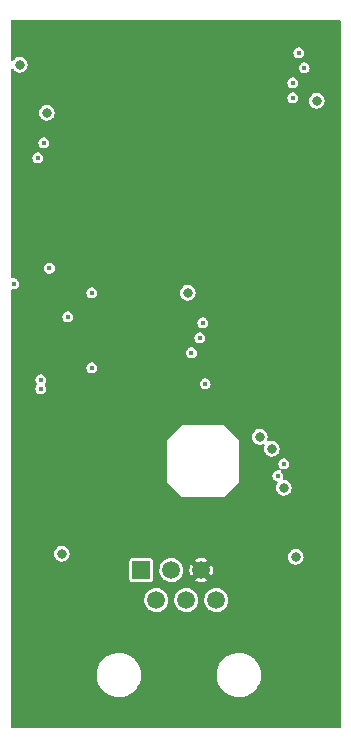
<source format=gbr>
%TF.GenerationSoftware,KiCad,Pcbnew,(6.0.0-rc1-343-g73b39e836d)*%
%TF.CreationDate,2021-12-09T15:59:46-05:00*%
%TF.ProjectId,Celestron-WiFi,43656c65-7374-4726-9f6e-2d576946692e,rev?*%
%TF.SameCoordinates,Original*%
%TF.FileFunction,Copper,L2,Inr*%
%TF.FilePolarity,Positive*%
%FSLAX46Y46*%
G04 Gerber Fmt 4.6, Leading zero omitted, Abs format (unit mm)*
G04 Created by KiCad (PCBNEW (6.0.0-rc1-343-g73b39e836d)) date 2021-12-09 15:59:46*
%MOMM*%
%LPD*%
G01*
G04 APERTURE LIST*
%TA.AperFunction,ComponentPad*%
%ADD10R,1.520000X1.520000*%
%TD*%
%TA.AperFunction,ComponentPad*%
%ADD11C,1.520000*%
%TD*%
%TA.AperFunction,ViaPad*%
%ADD12C,0.812800*%
%TD*%
%TA.AperFunction,ViaPad*%
%ADD13C,0.406400*%
%TD*%
G04 APERTURE END LIST*
D10*
%TO.N,DTR*%
%TO.C,J2*%
X123068004Y-106783988D03*
D11*
%TO.N,/RX*%
X124338004Y-109323988D03*
%TO.N,+12V*%
X125608004Y-106783988D03*
%TO.N,/TX*%
X126878004Y-109323988D03*
%TO.N,GND*%
X128148004Y-106783988D03*
%TO.N,/BUSY*%
X129418004Y-109323988D03*
%TD*%
D12*
%TO.N,GND*%
X126873000Y-70993000D03*
X125603000Y-70993000D03*
X124333000Y-70993000D03*
X123063000Y-70993000D03*
X126873000Y-69723000D03*
X125603000Y-69723000D03*
X124333000Y-69723000D03*
X123063000Y-69723000D03*
X126873000Y-68453000D03*
X125603000Y-68453000D03*
X124333000Y-68453000D03*
X123063000Y-68453000D03*
X126873000Y-67183000D03*
X125603000Y-67183000D03*
X124333000Y-67183000D03*
X123063000Y-67183000D03*
X135890000Y-61722000D03*
X137413010Y-90932000D03*
X123952000Y-99060000D03*
X121964612Y-102974333D03*
X118872000Y-90932000D03*
X112776000Y-68072000D03*
X118110000Y-98298000D03*
X123190000Y-93980000D03*
X114046000Y-64262000D03*
X115062000Y-69342000D03*
X137922000Y-61468000D03*
X116840000Y-88900000D03*
X137414000Y-96774000D03*
X118872000Y-87122000D03*
X133096000Y-99568000D03*
X118872000Y-84582000D03*
X127000000Y-84582000D03*
X126746000Y-89662000D03*
X114554000Y-93980000D03*
X137413010Y-83312000D03*
D13*
%TO.N,EN*%
X115285064Y-81249064D03*
X116840000Y-85344000D03*
D12*
%TO.N,VCC*%
X136144000Y-105664000D03*
X134112000Y-96520000D03*
X137922000Y-67056000D03*
X116332000Y-105410000D03*
X133096000Y-95504000D03*
X115062000Y-68072000D03*
X127000000Y-83312000D03*
X135128000Y-99822000D03*
X112776000Y-64008000D03*
D13*
%TO.N,DTR*%
X112268000Y-82550000D03*
%TO.N,/RX*%
X114554000Y-91440000D03*
%TO.N,/TX*%
X114554000Y-90678000D03*
%TO.N,/BUSY*%
X128270000Y-85852000D03*
X128472700Y-91027342D03*
%TO.N,IO32*%
X127305300Y-88392000D03*
X114808000Y-70612000D03*
%TO.N,IO33*%
X114300000Y-71882000D03*
X128016000Y-87122000D03*
%TO.N,RXD0*%
X135890000Y-66802000D03*
X118872000Y-89662000D03*
%TO.N,TXD0*%
X118872000Y-83312000D03*
X135890000Y-65532000D03*
%TO.N,TXG*%
X135128000Y-97790000D03*
X136854700Y-64262000D03*
%TO.N,RXG*%
X134620000Y-98806000D03*
X136398000Y-62992000D03*
%TD*%
%TA.AperFunction,Conductor*%
%TO.N,GND*%
G36*
X139896121Y-60218002D02*
G01*
X139942614Y-60271658D01*
X139954000Y-60324000D01*
X139954000Y-120016000D01*
X139933998Y-120084121D01*
X139880342Y-120130614D01*
X139828000Y-120142000D01*
X112140000Y-120142000D01*
X112071879Y-120121998D01*
X112025386Y-120068342D01*
X112014000Y-120016000D01*
X112014000Y-115614801D01*
X119274633Y-115614801D01*
X119274808Y-115619252D01*
X119281481Y-115789093D01*
X119285082Y-115880760D01*
X119332902Y-116142595D01*
X119334311Y-116146818D01*
X119389511Y-116312272D01*
X119417137Y-116395079D01*
X119536107Y-116633175D01*
X119687438Y-116852133D01*
X119690460Y-116855402D01*
X119810534Y-116985297D01*
X119868111Y-117047584D01*
X119871565Y-117050396D01*
X120071064Y-117212814D01*
X120071068Y-117212817D01*
X120074521Y-117215628D01*
X120078343Y-117217929D01*
X120235726Y-117312681D01*
X120302549Y-117352912D01*
X120397900Y-117393288D01*
X120543543Y-117454961D01*
X120543548Y-117454963D01*
X120547646Y-117456698D01*
X120551943Y-117457837D01*
X120551948Y-117457839D01*
X120676283Y-117490805D01*
X120804921Y-117524913D01*
X120809338Y-117525436D01*
X120809339Y-117525436D01*
X120868099Y-117532391D01*
X121069241Y-117556197D01*
X121335332Y-117549926D01*
X121339726Y-117549195D01*
X121339733Y-117549194D01*
X121593483Y-117506959D01*
X121593487Y-117506958D01*
X121597885Y-117506226D01*
X121764009Y-117453688D01*
X121847415Y-117427310D01*
X121847417Y-117427309D01*
X121851661Y-117425967D01*
X122091597Y-117310751D01*
X122095303Y-117308275D01*
X122309197Y-117165356D01*
X122309201Y-117165353D01*
X122312905Y-117162878D01*
X122316222Y-117159907D01*
X122316226Y-117159904D01*
X122507854Y-116988267D01*
X122511170Y-116985297D01*
X122682436Y-116781552D01*
X122823284Y-116555709D01*
X122930907Y-116312272D01*
X123003155Y-116056100D01*
X123026706Y-115880760D01*
X123038160Y-115795486D01*
X123038161Y-115795478D01*
X123038587Y-115792304D01*
X123042305Y-115673988D01*
X123038114Y-115614801D01*
X129434633Y-115614801D01*
X129434808Y-115619252D01*
X129441481Y-115789093D01*
X129445082Y-115880760D01*
X129492902Y-116142595D01*
X129494311Y-116146818D01*
X129549511Y-116312272D01*
X129577137Y-116395079D01*
X129696107Y-116633175D01*
X129847438Y-116852133D01*
X129850460Y-116855402D01*
X129970534Y-116985297D01*
X130028111Y-117047584D01*
X130031565Y-117050396D01*
X130231064Y-117212814D01*
X130231068Y-117212817D01*
X130234521Y-117215628D01*
X130238343Y-117217929D01*
X130395726Y-117312681D01*
X130462549Y-117352912D01*
X130557900Y-117393288D01*
X130703543Y-117454961D01*
X130703548Y-117454963D01*
X130707646Y-117456698D01*
X130711943Y-117457837D01*
X130711948Y-117457839D01*
X130836283Y-117490805D01*
X130964921Y-117524913D01*
X130969338Y-117525436D01*
X130969339Y-117525436D01*
X131028099Y-117532391D01*
X131229241Y-117556197D01*
X131495332Y-117549926D01*
X131499726Y-117549195D01*
X131499733Y-117549194D01*
X131753483Y-117506959D01*
X131753487Y-117506958D01*
X131757885Y-117506226D01*
X131924009Y-117453688D01*
X132007415Y-117427310D01*
X132007417Y-117427309D01*
X132011661Y-117425967D01*
X132251597Y-117310751D01*
X132255303Y-117308275D01*
X132469197Y-117165356D01*
X132469201Y-117165353D01*
X132472905Y-117162878D01*
X132476222Y-117159907D01*
X132476226Y-117159904D01*
X132667854Y-116988267D01*
X132671170Y-116985297D01*
X132842436Y-116781552D01*
X132983284Y-116555709D01*
X133090907Y-116312272D01*
X133163155Y-116056100D01*
X133186706Y-115880760D01*
X133198160Y-115795486D01*
X133198161Y-115795478D01*
X133198587Y-115792304D01*
X133202305Y-115673988D01*
X133183507Y-115408488D01*
X133170920Y-115350022D01*
X133128423Y-115152637D01*
X133127486Y-115148285D01*
X133108211Y-115096036D01*
X133036903Y-114902748D01*
X133035362Y-114898571D01*
X132908972Y-114664329D01*
X132750838Y-114450232D01*
X132710571Y-114409327D01*
X132567246Y-114263734D01*
X132564115Y-114260553D01*
X132352528Y-114099075D01*
X132300511Y-114069944D01*
X132124186Y-113971197D01*
X132124183Y-113971196D01*
X132120300Y-113969021D01*
X132116161Y-113967420D01*
X132116153Y-113967416D01*
X131932290Y-113896286D01*
X131872064Y-113872986D01*
X131867739Y-113871983D01*
X131867734Y-113871982D01*
X131725575Y-113839032D01*
X131612774Y-113812886D01*
X131347601Y-113789919D01*
X131343166Y-113790163D01*
X131343162Y-113790163D01*
X131086281Y-113804300D01*
X131086274Y-113804301D01*
X131081838Y-113804545D01*
X130820788Y-113856471D01*
X130816578Y-113857949D01*
X130816576Y-113857950D01*
X130670124Y-113909381D01*
X130569658Y-113944662D01*
X130565707Y-113946715D01*
X130565701Y-113946717D01*
X130337409Y-114065305D01*
X130333459Y-114067357D01*
X130329844Y-114069940D01*
X130329838Y-114069944D01*
X130193129Y-114167638D01*
X130116905Y-114222109D01*
X129924316Y-114405830D01*
X129759535Y-114614854D01*
X129625850Y-114845010D01*
X129624182Y-114849127D01*
X129624179Y-114849134D01*
X129527601Y-115087574D01*
X129525927Y-115091707D01*
X129461762Y-115350022D01*
X129434633Y-115614801D01*
X123038114Y-115614801D01*
X123023507Y-115408488D01*
X123010920Y-115350022D01*
X122968423Y-115152637D01*
X122967486Y-115148285D01*
X122948211Y-115096036D01*
X122876903Y-114902748D01*
X122875362Y-114898571D01*
X122748972Y-114664329D01*
X122590838Y-114450232D01*
X122550571Y-114409327D01*
X122407246Y-114263734D01*
X122404115Y-114260553D01*
X122192528Y-114099075D01*
X122140511Y-114069944D01*
X121964186Y-113971197D01*
X121964183Y-113971196D01*
X121960300Y-113969021D01*
X121956161Y-113967420D01*
X121956153Y-113967416D01*
X121772290Y-113896286D01*
X121712064Y-113872986D01*
X121707739Y-113871983D01*
X121707734Y-113871982D01*
X121565575Y-113839032D01*
X121452774Y-113812886D01*
X121187601Y-113789919D01*
X121183166Y-113790163D01*
X121183162Y-113790163D01*
X120926281Y-113804300D01*
X120926274Y-113804301D01*
X120921838Y-113804545D01*
X120660788Y-113856471D01*
X120656578Y-113857949D01*
X120656576Y-113857950D01*
X120510124Y-113909381D01*
X120409658Y-113944662D01*
X120405707Y-113946715D01*
X120405701Y-113946717D01*
X120177409Y-114065305D01*
X120173459Y-114067357D01*
X120169844Y-114069940D01*
X120169838Y-114069944D01*
X120033129Y-114167638D01*
X119956905Y-114222109D01*
X119764316Y-114405830D01*
X119599535Y-114614854D01*
X119465850Y-114845010D01*
X119464182Y-114849127D01*
X119464179Y-114849134D01*
X119367601Y-115087574D01*
X119365927Y-115091707D01*
X119301762Y-115350022D01*
X119274633Y-115614801D01*
X112014000Y-115614801D01*
X112014000Y-109309755D01*
X123318694Y-109309755D01*
X123335342Y-109508011D01*
X123390181Y-109699257D01*
X123393000Y-109704742D01*
X123478305Y-109870728D01*
X123478308Y-109870733D01*
X123481123Y-109876210D01*
X123604703Y-110032129D01*
X123609397Y-110036124D01*
X123644512Y-110066009D01*
X123756213Y-110161075D01*
X123761591Y-110164081D01*
X123761593Y-110164082D01*
X123803461Y-110187481D01*
X123929885Y-110258136D01*
X123935744Y-110260040D01*
X123935747Y-110260041D01*
X124113238Y-110317712D01*
X124119101Y-110319617D01*
X124125221Y-110320347D01*
X124125222Y-110320347D01*
X124174754Y-110326253D01*
X124316655Y-110343173D01*
X124322790Y-110342701D01*
X124322792Y-110342701D01*
X124508882Y-110328383D01*
X124508887Y-110328382D01*
X124515023Y-110327910D01*
X124520955Y-110326254D01*
X124520959Y-110326253D01*
X124610835Y-110301159D01*
X124706647Y-110274407D01*
X124884231Y-110184703D01*
X124914474Y-110161075D01*
X125036152Y-110066009D01*
X125041008Y-110062215D01*
X125171009Y-109911608D01*
X125174052Y-109906251D01*
X125174055Y-109906247D01*
X125220144Y-109825114D01*
X125269280Y-109738619D01*
X125280550Y-109704742D01*
X125330133Y-109555689D01*
X125332080Y-109549837D01*
X125357016Y-109352452D01*
X125357413Y-109323988D01*
X125356018Y-109309755D01*
X125858694Y-109309755D01*
X125875342Y-109508011D01*
X125930181Y-109699257D01*
X125933000Y-109704742D01*
X126018305Y-109870728D01*
X126018308Y-109870733D01*
X126021123Y-109876210D01*
X126144703Y-110032129D01*
X126149397Y-110036124D01*
X126184512Y-110066009D01*
X126296213Y-110161075D01*
X126301591Y-110164081D01*
X126301593Y-110164082D01*
X126343461Y-110187481D01*
X126469885Y-110258136D01*
X126475744Y-110260040D01*
X126475747Y-110260041D01*
X126653238Y-110317712D01*
X126659101Y-110319617D01*
X126665221Y-110320347D01*
X126665222Y-110320347D01*
X126714754Y-110326253D01*
X126856655Y-110343173D01*
X126862790Y-110342701D01*
X126862792Y-110342701D01*
X127048882Y-110328383D01*
X127048887Y-110328382D01*
X127055023Y-110327910D01*
X127060955Y-110326254D01*
X127060959Y-110326253D01*
X127150835Y-110301159D01*
X127246647Y-110274407D01*
X127424231Y-110184703D01*
X127454474Y-110161075D01*
X127576152Y-110066009D01*
X127581008Y-110062215D01*
X127711009Y-109911608D01*
X127714052Y-109906251D01*
X127714055Y-109906247D01*
X127760144Y-109825114D01*
X127809280Y-109738619D01*
X127820550Y-109704742D01*
X127870133Y-109555689D01*
X127872080Y-109549837D01*
X127897016Y-109352452D01*
X127897413Y-109323988D01*
X127896018Y-109309755D01*
X128398694Y-109309755D01*
X128415342Y-109508011D01*
X128470181Y-109699257D01*
X128473000Y-109704742D01*
X128558305Y-109870728D01*
X128558308Y-109870733D01*
X128561123Y-109876210D01*
X128684703Y-110032129D01*
X128689397Y-110036124D01*
X128724512Y-110066009D01*
X128836213Y-110161075D01*
X128841591Y-110164081D01*
X128841593Y-110164082D01*
X128883461Y-110187481D01*
X129009885Y-110258136D01*
X129015744Y-110260040D01*
X129015747Y-110260041D01*
X129193238Y-110317712D01*
X129199101Y-110319617D01*
X129205221Y-110320347D01*
X129205222Y-110320347D01*
X129254754Y-110326253D01*
X129396655Y-110343173D01*
X129402790Y-110342701D01*
X129402792Y-110342701D01*
X129588882Y-110328383D01*
X129588887Y-110328382D01*
X129595023Y-110327910D01*
X129600955Y-110326254D01*
X129600959Y-110326253D01*
X129690835Y-110301159D01*
X129786647Y-110274407D01*
X129964231Y-110184703D01*
X129994474Y-110161075D01*
X130116152Y-110066009D01*
X130121008Y-110062215D01*
X130251009Y-109911608D01*
X130254052Y-109906251D01*
X130254055Y-109906247D01*
X130300144Y-109825114D01*
X130349280Y-109738619D01*
X130360550Y-109704742D01*
X130410133Y-109555689D01*
X130412080Y-109549837D01*
X130437016Y-109352452D01*
X130437413Y-109323988D01*
X130436018Y-109309755D01*
X130418600Y-109132117D01*
X130417999Y-109125984D01*
X130360495Y-108935521D01*
X130267091Y-108759856D01*
X130141347Y-108605678D01*
X129988050Y-108478860D01*
X129928893Y-108446874D01*
X129818466Y-108387165D01*
X129818463Y-108387164D01*
X129813041Y-108384232D01*
X129622985Y-108325400D01*
X129616860Y-108324756D01*
X129616859Y-108324756D01*
X129431250Y-108305248D01*
X129431248Y-108305248D01*
X129425121Y-108304604D01*
X129342809Y-108312095D01*
X129233125Y-108322077D01*
X129233122Y-108322078D01*
X129226986Y-108322636D01*
X129221080Y-108324374D01*
X129221076Y-108324375D01*
X129075224Y-108367301D01*
X129036127Y-108378808D01*
X129030667Y-108381662D01*
X129030668Y-108381662D01*
X128865273Y-108468128D01*
X128865269Y-108468131D01*
X128859813Y-108470983D01*
X128704761Y-108595648D01*
X128576876Y-108748056D01*
X128481029Y-108922400D01*
X128420872Y-109112041D01*
X128398694Y-109309755D01*
X127896018Y-109309755D01*
X127878600Y-109132117D01*
X127877999Y-109125984D01*
X127820495Y-108935521D01*
X127727091Y-108759856D01*
X127601347Y-108605678D01*
X127448050Y-108478860D01*
X127388893Y-108446874D01*
X127278466Y-108387165D01*
X127278463Y-108387164D01*
X127273041Y-108384232D01*
X127082985Y-108325400D01*
X127076860Y-108324756D01*
X127076859Y-108324756D01*
X126891250Y-108305248D01*
X126891248Y-108305248D01*
X126885121Y-108304604D01*
X126802809Y-108312095D01*
X126693125Y-108322077D01*
X126693122Y-108322078D01*
X126686986Y-108322636D01*
X126681080Y-108324374D01*
X126681076Y-108324375D01*
X126535224Y-108367301D01*
X126496127Y-108378808D01*
X126490667Y-108381662D01*
X126490668Y-108381662D01*
X126325273Y-108468128D01*
X126325269Y-108468131D01*
X126319813Y-108470983D01*
X126164761Y-108595648D01*
X126036876Y-108748056D01*
X125941029Y-108922400D01*
X125880872Y-109112041D01*
X125858694Y-109309755D01*
X125356018Y-109309755D01*
X125338600Y-109132117D01*
X125337999Y-109125984D01*
X125280495Y-108935521D01*
X125187091Y-108759856D01*
X125061347Y-108605678D01*
X124908050Y-108478860D01*
X124848893Y-108446874D01*
X124738466Y-108387165D01*
X124738463Y-108387164D01*
X124733041Y-108384232D01*
X124542985Y-108325400D01*
X124536860Y-108324756D01*
X124536859Y-108324756D01*
X124351250Y-108305248D01*
X124351248Y-108305248D01*
X124345121Y-108304604D01*
X124262809Y-108312095D01*
X124153125Y-108322077D01*
X124153122Y-108322078D01*
X124146986Y-108322636D01*
X124141080Y-108324374D01*
X124141076Y-108324375D01*
X123995224Y-108367301D01*
X123956127Y-108378808D01*
X123950667Y-108381662D01*
X123950668Y-108381662D01*
X123785273Y-108468128D01*
X123785269Y-108468131D01*
X123779813Y-108470983D01*
X123624761Y-108595648D01*
X123496876Y-108748056D01*
X123401029Y-108922400D01*
X123340872Y-109112041D01*
X123318694Y-109309755D01*
X112014000Y-109309755D01*
X112014000Y-105403028D01*
X115666283Y-105403028D01*
X115683836Y-105562026D01*
X115738809Y-105712246D01*
X115743046Y-105718552D01*
X115743048Y-105718555D01*
X115746492Y-105723680D01*
X115828028Y-105845017D01*
X115946341Y-105952675D01*
X116086920Y-106029002D01*
X116241647Y-106069594D01*
X116326033Y-106070920D01*
X116393993Y-106071988D01*
X116393996Y-106071988D01*
X116401590Y-106072107D01*
X116457334Y-106059340D01*
X116550113Y-106038091D01*
X116550117Y-106038090D01*
X116557516Y-106036395D01*
X116632026Y-105998921D01*
X122053504Y-105998921D01*
X122053505Y-107569054D01*
X122060616Y-107604806D01*
X122064450Y-107624082D01*
X122068270Y-107643289D01*
X122075165Y-107653608D01*
X122075166Y-107653610D01*
X122084453Y-107667508D01*
X122124520Y-107727472D01*
X122208703Y-107783722D01*
X122282937Y-107798488D01*
X123067877Y-107798488D01*
X123853070Y-107798487D01*
X123888822Y-107791376D01*
X123915130Y-107786144D01*
X123915132Y-107786143D01*
X123927305Y-107783722D01*
X123937625Y-107776827D01*
X123937626Y-107776826D01*
X124001172Y-107734365D01*
X124011488Y-107727472D01*
X124067738Y-107643289D01*
X124082504Y-107569055D01*
X124082503Y-106769755D01*
X124588694Y-106769755D01*
X124590184Y-106787494D01*
X124604819Y-106961778D01*
X124605342Y-106968011D01*
X124628121Y-107047451D01*
X124658429Y-107153146D01*
X124660181Y-107159257D01*
X124663000Y-107164742D01*
X124748305Y-107330728D01*
X124748308Y-107330733D01*
X124751123Y-107336210D01*
X124874703Y-107492129D01*
X124879397Y-107496124D01*
X124914512Y-107526009D01*
X125026213Y-107621075D01*
X125031591Y-107624081D01*
X125031593Y-107624082D01*
X125084428Y-107653610D01*
X125199885Y-107718136D01*
X125205744Y-107720040D01*
X125205747Y-107720041D01*
X125380511Y-107776826D01*
X125389101Y-107779617D01*
X125395221Y-107780347D01*
X125395222Y-107780347D01*
X125443840Y-107786144D01*
X125586655Y-107803173D01*
X125592790Y-107802701D01*
X125592792Y-107802701D01*
X125778882Y-107788383D01*
X125778887Y-107788382D01*
X125785023Y-107787910D01*
X125790955Y-107786254D01*
X125790959Y-107786253D01*
X125880835Y-107761158D01*
X125976647Y-107734407D01*
X126128840Y-107657529D01*
X127639292Y-107657529D01*
X127644201Y-107664088D01*
X127734706Y-107714668D01*
X127745947Y-107719579D01*
X127923350Y-107777221D01*
X127935324Y-107779854D01*
X128120554Y-107801942D01*
X128132803Y-107802199D01*
X128318793Y-107787888D01*
X128330872Y-107785757D01*
X128510521Y-107735598D01*
X128521971Y-107731157D01*
X128647975Y-107667508D01*
X128658261Y-107657861D01*
X128656023Y-107651218D01*
X128160815Y-107156009D01*
X128146872Y-107148396D01*
X128145038Y-107148527D01*
X128138424Y-107152778D01*
X127646049Y-107645154D01*
X127639292Y-107657529D01*
X126128840Y-107657529D01*
X126154231Y-107644703D01*
X126184474Y-107621075D01*
X126306152Y-107526009D01*
X126311008Y-107522215D01*
X126441009Y-107371608D01*
X126444052Y-107366251D01*
X126444055Y-107366247D01*
X126490953Y-107283690D01*
X126539280Y-107198619D01*
X126541296Y-107192561D01*
X126600133Y-107015689D01*
X126602080Y-107009837D01*
X126627016Y-106812452D01*
X126627413Y-106783988D01*
X126626621Y-106775905D01*
X127129713Y-106775905D01*
X127145321Y-106961778D01*
X127147536Y-106973845D01*
X127198950Y-107153146D01*
X127203468Y-107164558D01*
X127264694Y-107283690D01*
X127274415Y-107293911D01*
X127281214Y-107291567D01*
X127775983Y-106796799D01*
X127782360Y-106785120D01*
X128512412Y-106785120D01*
X128512543Y-106786954D01*
X128516794Y-106793568D01*
X129009070Y-107285843D01*
X129021445Y-107292600D01*
X129028179Y-107287559D01*
X129075774Y-107203777D01*
X129080768Y-107192561D01*
X129139643Y-107015577D01*
X129142363Y-107003606D01*
X129166071Y-106815941D01*
X129166562Y-106808914D01*
X129166861Y-106787493D01*
X129166568Y-106780500D01*
X129148106Y-106592214D01*
X129145723Y-106580179D01*
X129091811Y-106401613D01*
X129087137Y-106390272D01*
X129031002Y-106284699D01*
X129021143Y-106274619D01*
X129014015Y-106277188D01*
X128520025Y-106771177D01*
X128512412Y-106785120D01*
X127782360Y-106785120D01*
X127783596Y-106782856D01*
X127783465Y-106781022D01*
X127779214Y-106774408D01*
X127286702Y-106281897D01*
X127274327Y-106275140D01*
X127267938Y-106279922D01*
X127214459Y-106377199D01*
X127209628Y-106388471D01*
X127153228Y-106566271D01*
X127150677Y-106578268D01*
X127129884Y-106763637D01*
X127129713Y-106775905D01*
X126626621Y-106775905D01*
X126608600Y-106592117D01*
X126607999Y-106585984D01*
X126550495Y-106395521D01*
X126457091Y-106219856D01*
X126419562Y-106173840D01*
X126335241Y-106070452D01*
X126335239Y-106070450D01*
X126331347Y-106065678D01*
X126178050Y-105938860D01*
X126125861Y-105910641D01*
X127638377Y-105910641D01*
X127640832Y-105917605D01*
X128135193Y-106411967D01*
X128149136Y-106419580D01*
X128150970Y-106419449D01*
X128157584Y-106415198D01*
X128650268Y-105922513D01*
X128657025Y-105910138D01*
X128652366Y-105903914D01*
X128548271Y-105847629D01*
X128536956Y-105842873D01*
X128358769Y-105787715D01*
X128346758Y-105785249D01*
X128161245Y-105765751D01*
X128148977Y-105765666D01*
X127963219Y-105782571D01*
X127951170Y-105784869D01*
X127772224Y-105837536D01*
X127760856Y-105842129D01*
X127648526Y-105900854D01*
X127638377Y-105910641D01*
X126125861Y-105910641D01*
X126107760Y-105900854D01*
X126008466Y-105847165D01*
X126008463Y-105847164D01*
X126003041Y-105844232D01*
X125812985Y-105785400D01*
X125806860Y-105784756D01*
X125806859Y-105784756D01*
X125621250Y-105765248D01*
X125621248Y-105765248D01*
X125615121Y-105764604D01*
X125532809Y-105772095D01*
X125423125Y-105782077D01*
X125423122Y-105782078D01*
X125416986Y-105782636D01*
X125411080Y-105784374D01*
X125411076Y-105784375D01*
X125279302Y-105823158D01*
X125226127Y-105838808D01*
X125217420Y-105843360D01*
X125055273Y-105928128D01*
X125055269Y-105928131D01*
X125049813Y-105930983D01*
X124894761Y-106055648D01*
X124766876Y-106208056D01*
X124671029Y-106382400D01*
X124610872Y-106572041D01*
X124610186Y-106578160D01*
X124610185Y-106578163D01*
X124609970Y-106580082D01*
X124588694Y-106769755D01*
X124082503Y-106769755D01*
X124082503Y-105998922D01*
X124067738Y-105924687D01*
X124011488Y-105840504D01*
X123927305Y-105784254D01*
X123853071Y-105769488D01*
X123068131Y-105769488D01*
X122282938Y-105769489D01*
X122247186Y-105776600D01*
X122220878Y-105781832D01*
X122220876Y-105781833D01*
X122208703Y-105784254D01*
X122198383Y-105791149D01*
X122198382Y-105791150D01*
X122137989Y-105831504D01*
X122124520Y-105840504D01*
X122068270Y-105924687D01*
X122053504Y-105998921D01*
X116632026Y-105998921D01*
X116644091Y-105992853D01*
X116693640Y-105967933D01*
X116693643Y-105967931D01*
X116700423Y-105964521D01*
X116706195Y-105959592D01*
X116706197Y-105959590D01*
X116816288Y-105865563D01*
X116816289Y-105865562D01*
X116822060Y-105860633D01*
X116887554Y-105769488D01*
X116910974Y-105736896D01*
X116910975Y-105736894D01*
X116915405Y-105730729D01*
X116945033Y-105657028D01*
X135478283Y-105657028D01*
X135495836Y-105816026D01*
X135550809Y-105966246D01*
X135555046Y-105972552D01*
X135555048Y-105972555D01*
X135576923Y-106005108D01*
X135640028Y-106099017D01*
X135758341Y-106206675D01*
X135765018Y-106210300D01*
X135765019Y-106210301D01*
X135846319Y-106254442D01*
X135898920Y-106283002D01*
X136053647Y-106323594D01*
X136138033Y-106324920D01*
X136205993Y-106325988D01*
X136205996Y-106325988D01*
X136213590Y-106326107D01*
X136269334Y-106313340D01*
X136362113Y-106292091D01*
X136362117Y-106292090D01*
X136369516Y-106290395D01*
X136440617Y-106254635D01*
X136505640Y-106221933D01*
X136505643Y-106221931D01*
X136512423Y-106218521D01*
X136518195Y-106213592D01*
X136518197Y-106213590D01*
X136628288Y-106119563D01*
X136628289Y-106119562D01*
X136634060Y-106114633D01*
X136689061Y-106038091D01*
X136722974Y-105990896D01*
X136722975Y-105990894D01*
X136727405Y-105984729D01*
X136746648Y-105936862D01*
X136784235Y-105843360D01*
X136784235Y-105843359D01*
X136787069Y-105836310D01*
X136809608Y-105677942D01*
X136809754Y-105664000D01*
X136808911Y-105657028D01*
X136797414Y-105562026D01*
X136790537Y-105505195D01*
X136758276Y-105419818D01*
X136736678Y-105362661D01*
X136736677Y-105362658D01*
X136733994Y-105355559D01*
X136643389Y-105223729D01*
X136596274Y-105181751D01*
X136529627Y-105122370D01*
X136529624Y-105122368D01*
X136523955Y-105117317D01*
X136509919Y-105109885D01*
X136389297Y-105046019D01*
X136389298Y-105046019D01*
X136382585Y-105042465D01*
X136375220Y-105040615D01*
X136234812Y-105005347D01*
X136234808Y-105005347D01*
X136227441Y-105003496D01*
X136219841Y-105003456D01*
X136219840Y-105003456D01*
X136154147Y-105003112D01*
X136067480Y-105002658D01*
X136060100Y-105004430D01*
X136060098Y-105004430D01*
X135919317Y-105038229D01*
X135919315Y-105038230D01*
X135911937Y-105040001D01*
X135824990Y-105084878D01*
X135778911Y-105108661D01*
X135769791Y-105113368D01*
X135764069Y-105118360D01*
X135764067Y-105118361D01*
X135697196Y-105176697D01*
X135649248Y-105218524D01*
X135557269Y-105349397D01*
X135499162Y-105498434D01*
X135498170Y-105505967D01*
X135498170Y-105505968D01*
X135487192Y-105589360D01*
X135478283Y-105657028D01*
X116945033Y-105657028D01*
X116975069Y-105582310D01*
X116997608Y-105423942D01*
X116997754Y-105410000D01*
X116996911Y-105403028D01*
X116979449Y-105258735D01*
X116978537Y-105251195D01*
X116928343Y-105118361D01*
X116924678Y-105108661D01*
X116924677Y-105108658D01*
X116921994Y-105101559D01*
X116831389Y-104969729D01*
X116784274Y-104927751D01*
X116717627Y-104868370D01*
X116717624Y-104868368D01*
X116711955Y-104863317D01*
X116697919Y-104855885D01*
X116577297Y-104792019D01*
X116577298Y-104792019D01*
X116570585Y-104788465D01*
X116563220Y-104786615D01*
X116422812Y-104751347D01*
X116422808Y-104751347D01*
X116415441Y-104749496D01*
X116407841Y-104749456D01*
X116407840Y-104749456D01*
X116342147Y-104749112D01*
X116255480Y-104748658D01*
X116248100Y-104750430D01*
X116248098Y-104750430D01*
X116107317Y-104784229D01*
X116107315Y-104784230D01*
X116099937Y-104786001D01*
X115957791Y-104859368D01*
X115952069Y-104864360D01*
X115952067Y-104864361D01*
X115885196Y-104922697D01*
X115837248Y-104964524D01*
X115745269Y-105095397D01*
X115738109Y-105113762D01*
X115695235Y-105223729D01*
X115687162Y-105244434D01*
X115686170Y-105251967D01*
X115686170Y-105251968D01*
X115673344Y-105349397D01*
X115666283Y-105403028D01*
X112014000Y-105403028D01*
X112014000Y-99314000D01*
X125222000Y-99314000D01*
X126492000Y-100584000D01*
X130048000Y-100584000D01*
X131318000Y-99314000D01*
X131318000Y-98800351D01*
X134157628Y-98800351D01*
X134158792Y-98809253D01*
X134158792Y-98809256D01*
X134159844Y-98817298D01*
X134174627Y-98930350D01*
X134227430Y-99050354D01*
X134311791Y-99150713D01*
X134319262Y-99155686D01*
X134319263Y-99155687D01*
X134343341Y-99171715D01*
X134420929Y-99223362D01*
X134518510Y-99253849D01*
X134577566Y-99293254D01*
X134605943Y-99358333D01*
X134594631Y-99428422D01*
X134584023Y-99446563D01*
X134541269Y-99507397D01*
X134483162Y-99656434D01*
X134462283Y-99815028D01*
X134479836Y-99974026D01*
X134534809Y-100124246D01*
X134539046Y-100130552D01*
X134539048Y-100130555D01*
X134542492Y-100135680D01*
X134624028Y-100257017D01*
X134742341Y-100364675D01*
X134882920Y-100441002D01*
X135037647Y-100481594D01*
X135122033Y-100482920D01*
X135189993Y-100483988D01*
X135189996Y-100483988D01*
X135197590Y-100484107D01*
X135253334Y-100471340D01*
X135346113Y-100450091D01*
X135346117Y-100450090D01*
X135353516Y-100448395D01*
X135424617Y-100412635D01*
X135489640Y-100379933D01*
X135489643Y-100379931D01*
X135496423Y-100376521D01*
X135502195Y-100371592D01*
X135502197Y-100371590D01*
X135612288Y-100277563D01*
X135612289Y-100277562D01*
X135618060Y-100272633D01*
X135711405Y-100142729D01*
X135771069Y-99994310D01*
X135793608Y-99835942D01*
X135793754Y-99822000D01*
X135792911Y-99815028D01*
X135775449Y-99670735D01*
X135774537Y-99663195D01*
X135717994Y-99513559D01*
X135627389Y-99381729D01*
X135551372Y-99314000D01*
X135513627Y-99280370D01*
X135513624Y-99280368D01*
X135507955Y-99275317D01*
X135366585Y-99200465D01*
X135359220Y-99198615D01*
X135218812Y-99163347D01*
X135218808Y-99163347D01*
X135211441Y-99161496D01*
X135203841Y-99161456D01*
X135203840Y-99161456D01*
X135156928Y-99161210D01*
X135088913Y-99140851D01*
X135042702Y-99086952D01*
X135032967Y-99016626D01*
X135044196Y-98980274D01*
X135056604Y-98954664D01*
X135056604Y-98954663D01*
X135060517Y-98946587D01*
X135082269Y-98817298D01*
X135082407Y-98806000D01*
X135063821Y-98676218D01*
X135009556Y-98556869D01*
X134923975Y-98457547D01*
X134921344Y-98455842D01*
X134884740Y-98398468D01*
X134884975Y-98327471D01*
X134923556Y-98267873D01*
X134988235Y-98238594D01*
X135036609Y-98242552D01*
X135036642Y-98242347D01*
X135039240Y-98242768D01*
X135043324Y-98243102D01*
X135045500Y-98243782D01*
X135045503Y-98243783D01*
X135054070Y-98246459D01*
X135118505Y-98247640D01*
X135176178Y-98248697D01*
X135176181Y-98248697D01*
X135185154Y-98248861D01*
X135226547Y-98237576D01*
X135302982Y-98216738D01*
X135302985Y-98216737D01*
X135311644Y-98214376D01*
X135335133Y-98199954D01*
X135415719Y-98150475D01*
X135415722Y-98150472D01*
X135423371Y-98145776D01*
X135511353Y-98048575D01*
X135522225Y-98026136D01*
X135564604Y-97938664D01*
X135564604Y-97938663D01*
X135568517Y-97930587D01*
X135590269Y-97801298D01*
X135590407Y-97790000D01*
X135571821Y-97660218D01*
X135517556Y-97540869D01*
X135431975Y-97441547D01*
X135418895Y-97433069D01*
X135329489Y-97375118D01*
X135329487Y-97375117D01*
X135321958Y-97370237D01*
X135196348Y-97332672D01*
X135187372Y-97332617D01*
X135187371Y-97332617D01*
X135132959Y-97332285D01*
X135065244Y-97331871D01*
X134939185Y-97367899D01*
X134931598Y-97372686D01*
X134931596Y-97372687D01*
X134873243Y-97409505D01*
X134828305Y-97437859D01*
X134741517Y-97536128D01*
X134685798Y-97654805D01*
X134684417Y-97663677D01*
X134667009Y-97775478D01*
X134667009Y-97775482D01*
X134665628Y-97784351D01*
X134666792Y-97793253D01*
X134666792Y-97793256D01*
X134667844Y-97801298D01*
X134682627Y-97914350D01*
X134735430Y-98034354D01*
X134819791Y-98134713D01*
X134827223Y-98139660D01*
X134864662Y-98199954D01*
X134863559Y-98270942D01*
X134824253Y-98330065D01*
X134759222Y-98358552D01*
X134707128Y-98354288D01*
X134696953Y-98351245D01*
X134696950Y-98351245D01*
X134688348Y-98348672D01*
X134679372Y-98348617D01*
X134679371Y-98348617D01*
X134624959Y-98348285D01*
X134557244Y-98347871D01*
X134431185Y-98383899D01*
X134423598Y-98388686D01*
X134423596Y-98388687D01*
X134365243Y-98425505D01*
X134320305Y-98453859D01*
X134233517Y-98552128D01*
X134177798Y-98670805D01*
X134176417Y-98679677D01*
X134159009Y-98791478D01*
X134159009Y-98791482D01*
X134157628Y-98800351D01*
X131318000Y-98800351D01*
X131318000Y-95758000D01*
X131057028Y-95497028D01*
X132430283Y-95497028D01*
X132447836Y-95656026D01*
X132502809Y-95806246D01*
X132507046Y-95812552D01*
X132507048Y-95812555D01*
X132544931Y-95868930D01*
X132592028Y-95939017D01*
X132710341Y-96046675D01*
X132717018Y-96050300D01*
X132717019Y-96050301D01*
X132771220Y-96079729D01*
X132850920Y-96123002D01*
X133005647Y-96163594D01*
X133090033Y-96164920D01*
X133157993Y-96165988D01*
X133157996Y-96165988D01*
X133165590Y-96166107D01*
X133321516Y-96130395D01*
X133328299Y-96126983D01*
X133332256Y-96125559D01*
X133403125Y-96121302D01*
X133465044Y-96156036D01*
X133498356Y-96218733D01*
X133492331Y-96289879D01*
X133467162Y-96354434D01*
X133446283Y-96513028D01*
X133463836Y-96672026D01*
X133518809Y-96822246D01*
X133523046Y-96828552D01*
X133523048Y-96828555D01*
X133526492Y-96833680D01*
X133608028Y-96955017D01*
X133726341Y-97062675D01*
X133866920Y-97139002D01*
X134021647Y-97179594D01*
X134106033Y-97180920D01*
X134173993Y-97181988D01*
X134173996Y-97181988D01*
X134181590Y-97182107D01*
X134237334Y-97169340D01*
X134330113Y-97148091D01*
X134330117Y-97148090D01*
X134337516Y-97146395D01*
X134408617Y-97110635D01*
X134473640Y-97077933D01*
X134473643Y-97077931D01*
X134480423Y-97074521D01*
X134486195Y-97069592D01*
X134486197Y-97069590D01*
X134596288Y-96975563D01*
X134596289Y-96975562D01*
X134602060Y-96970633D01*
X134695405Y-96840729D01*
X134755069Y-96692310D01*
X134777608Y-96533942D01*
X134777754Y-96520000D01*
X134776911Y-96513028D01*
X134759449Y-96368735D01*
X134758537Y-96361195D01*
X134701994Y-96211559D01*
X134611389Y-96079729D01*
X134564274Y-96037751D01*
X134497627Y-95978370D01*
X134497624Y-95978368D01*
X134491955Y-95973317D01*
X134350585Y-95898465D01*
X134343220Y-95896615D01*
X134202812Y-95861347D01*
X134202808Y-95861347D01*
X134195441Y-95859496D01*
X134187841Y-95859456D01*
X134187840Y-95859456D01*
X134122147Y-95859112D01*
X134035480Y-95858658D01*
X134028100Y-95860430D01*
X134028098Y-95860430D01*
X133952380Y-95878609D01*
X133879937Y-95896001D01*
X133875860Y-95898105D01*
X133806320Y-95903013D01*
X133744039Y-95868930D01*
X133710072Y-95806586D01*
X133716311Y-95732923D01*
X133739069Y-95676310D01*
X133761608Y-95517942D01*
X133761754Y-95504000D01*
X133760911Y-95497028D01*
X133743449Y-95352735D01*
X133742537Y-95345195D01*
X133685994Y-95195559D01*
X133595389Y-95063729D01*
X133548274Y-95021751D01*
X133481627Y-94962370D01*
X133481624Y-94962368D01*
X133475955Y-94957317D01*
X133461919Y-94949885D01*
X133341297Y-94886019D01*
X133341298Y-94886019D01*
X133334585Y-94882465D01*
X133327220Y-94880615D01*
X133186812Y-94845347D01*
X133186808Y-94845347D01*
X133179441Y-94843496D01*
X133171841Y-94843456D01*
X133171840Y-94843456D01*
X133106147Y-94843112D01*
X133019480Y-94842658D01*
X133012100Y-94844430D01*
X133012098Y-94844430D01*
X132871317Y-94878229D01*
X132871315Y-94878230D01*
X132863937Y-94880001D01*
X132721791Y-94953368D01*
X132716069Y-94958360D01*
X132716067Y-94958361D01*
X132649196Y-95016697D01*
X132601248Y-95058524D01*
X132509269Y-95189397D01*
X132451162Y-95338434D01*
X132430283Y-95497028D01*
X131057028Y-95497028D01*
X130048000Y-94488000D01*
X126492000Y-94488000D01*
X125222000Y-95758000D01*
X125222000Y-99314000D01*
X112014000Y-99314000D01*
X112014000Y-91434351D01*
X114091628Y-91434351D01*
X114092792Y-91443253D01*
X114092792Y-91443256D01*
X114094471Y-91456092D01*
X114108627Y-91564350D01*
X114161430Y-91684354D01*
X114245791Y-91784713D01*
X114253262Y-91789686D01*
X114253263Y-91789687D01*
X114269470Y-91800475D01*
X114354929Y-91857362D01*
X114444372Y-91885306D01*
X114471501Y-91893782D01*
X114471502Y-91893782D01*
X114480070Y-91896459D01*
X114544505Y-91897640D01*
X114602178Y-91898697D01*
X114602181Y-91898697D01*
X114611154Y-91898861D01*
X114652547Y-91887576D01*
X114728982Y-91866738D01*
X114728985Y-91866737D01*
X114737644Y-91864376D01*
X114749068Y-91857362D01*
X114841719Y-91800475D01*
X114841722Y-91800472D01*
X114849371Y-91795776D01*
X114937353Y-91698575D01*
X114948225Y-91676136D01*
X114990604Y-91588664D01*
X114990604Y-91588663D01*
X114994517Y-91580587D01*
X115016269Y-91451298D01*
X115016407Y-91440000D01*
X114997821Y-91310218D01*
X114991665Y-91296678D01*
X114947273Y-91199043D01*
X114947271Y-91199040D01*
X114943556Y-91190869D01*
X114937697Y-91184070D01*
X114937695Y-91184066D01*
X114902126Y-91142787D01*
X114900915Y-91141381D01*
X114871601Y-91076720D01*
X114879669Y-91021693D01*
X128010328Y-91021693D01*
X128011492Y-91030595D01*
X128011492Y-91030598D01*
X128012544Y-91038640D01*
X128027327Y-91151692D01*
X128080130Y-91271696D01*
X128164491Y-91372055D01*
X128171962Y-91377028D01*
X128171963Y-91377029D01*
X128188170Y-91387817D01*
X128273629Y-91444704D01*
X128310080Y-91456092D01*
X128390201Y-91481124D01*
X128390202Y-91481124D01*
X128398770Y-91483801D01*
X128463205Y-91484982D01*
X128520878Y-91486039D01*
X128520881Y-91486039D01*
X128529854Y-91486203D01*
X128571247Y-91474918D01*
X128647682Y-91454080D01*
X128647685Y-91454079D01*
X128656344Y-91451718D01*
X128663996Y-91447020D01*
X128760419Y-91387817D01*
X128760422Y-91387814D01*
X128768071Y-91383118D01*
X128856053Y-91285917D01*
X128866925Y-91263478D01*
X128909304Y-91176006D01*
X128909304Y-91176005D01*
X128913217Y-91167929D01*
X128934969Y-91038640D01*
X128935107Y-91027342D01*
X128923061Y-90943227D01*
X128917794Y-90906446D01*
X128917793Y-90906443D01*
X128916521Y-90897560D01*
X128910365Y-90884020D01*
X128865973Y-90786385D01*
X128865971Y-90786382D01*
X128862256Y-90778211D01*
X128776675Y-90678889D01*
X128752899Y-90663478D01*
X128674189Y-90612460D01*
X128674187Y-90612459D01*
X128666658Y-90607579D01*
X128541048Y-90570014D01*
X128532072Y-90569959D01*
X128532071Y-90569959D01*
X128477659Y-90569627D01*
X128409944Y-90569213D01*
X128283885Y-90605241D01*
X128276298Y-90610028D01*
X128276296Y-90610029D01*
X128217943Y-90646847D01*
X128173005Y-90675201D01*
X128086217Y-90773470D01*
X128082403Y-90781593D01*
X128082402Y-90781595D01*
X128061242Y-90826664D01*
X128030498Y-90892147D01*
X128025795Y-90922354D01*
X128011709Y-91012820D01*
X128011709Y-91012824D01*
X128010328Y-91021693D01*
X114879669Y-91021693D01*
X114881900Y-91006474D01*
X114902949Y-90974584D01*
X114937353Y-90936575D01*
X114948225Y-90914136D01*
X114990604Y-90826664D01*
X114990604Y-90826663D01*
X114994517Y-90818587D01*
X115016269Y-90689298D01*
X115016407Y-90678000D01*
X115001181Y-90571680D01*
X114999094Y-90557104D01*
X114999093Y-90557101D01*
X114997821Y-90548218D01*
X114943556Y-90428869D01*
X114857975Y-90329547D01*
X114844895Y-90321069D01*
X114755489Y-90263118D01*
X114755487Y-90263117D01*
X114747958Y-90258237D01*
X114622348Y-90220672D01*
X114613372Y-90220617D01*
X114613371Y-90220617D01*
X114558959Y-90220285D01*
X114491244Y-90219871D01*
X114365185Y-90255899D01*
X114357598Y-90260686D01*
X114357596Y-90260687D01*
X114299243Y-90297505D01*
X114254305Y-90325859D01*
X114167517Y-90424128D01*
X114111798Y-90542805D01*
X114107678Y-90569268D01*
X114093009Y-90663478D01*
X114093009Y-90663482D01*
X114091628Y-90672351D01*
X114092792Y-90681253D01*
X114092792Y-90681256D01*
X114093372Y-90685691D01*
X114108627Y-90802350D01*
X114161430Y-90922354D01*
X114167206Y-90929225D01*
X114208140Y-90977922D01*
X114236661Y-91042938D01*
X114225505Y-91113053D01*
X114206131Y-91142405D01*
X114190670Y-91159912D01*
X114167517Y-91186128D01*
X114111798Y-91304805D01*
X114110417Y-91313677D01*
X114093009Y-91425478D01*
X114093009Y-91425482D01*
X114091628Y-91434351D01*
X112014000Y-91434351D01*
X112014000Y-89656351D01*
X118409628Y-89656351D01*
X118410792Y-89665253D01*
X118410792Y-89665256D01*
X118411844Y-89673298D01*
X118426627Y-89786350D01*
X118479430Y-89906354D01*
X118563791Y-90006713D01*
X118571262Y-90011686D01*
X118571263Y-90011687D01*
X118587470Y-90022475D01*
X118672929Y-90079362D01*
X118762372Y-90107306D01*
X118789501Y-90115782D01*
X118789502Y-90115782D01*
X118798070Y-90118459D01*
X118862505Y-90119640D01*
X118920178Y-90120697D01*
X118920181Y-90120697D01*
X118929154Y-90120861D01*
X118970547Y-90109576D01*
X119046982Y-90088738D01*
X119046985Y-90088737D01*
X119055644Y-90086376D01*
X119067068Y-90079362D01*
X119159719Y-90022475D01*
X119159722Y-90022472D01*
X119167371Y-90017776D01*
X119255353Y-89920575D01*
X119266225Y-89898136D01*
X119308604Y-89810664D01*
X119308604Y-89810663D01*
X119312517Y-89802587D01*
X119334269Y-89673298D01*
X119334407Y-89662000D01*
X119315821Y-89532218D01*
X119261556Y-89412869D01*
X119175975Y-89313547D01*
X119162895Y-89305069D01*
X119073489Y-89247118D01*
X119073487Y-89247117D01*
X119065958Y-89242237D01*
X118940348Y-89204672D01*
X118931372Y-89204617D01*
X118931371Y-89204617D01*
X118876959Y-89204285D01*
X118809244Y-89203871D01*
X118683185Y-89239899D01*
X118675598Y-89244686D01*
X118675596Y-89244687D01*
X118617243Y-89281505D01*
X118572305Y-89309859D01*
X118485517Y-89408128D01*
X118429798Y-89526805D01*
X118428417Y-89535677D01*
X118411009Y-89647478D01*
X118411009Y-89647482D01*
X118409628Y-89656351D01*
X112014000Y-89656351D01*
X112014000Y-88386351D01*
X126842928Y-88386351D01*
X126844092Y-88395253D01*
X126844092Y-88395256D01*
X126845144Y-88403298D01*
X126859927Y-88516350D01*
X126912730Y-88636354D01*
X126997091Y-88736713D01*
X127004562Y-88741686D01*
X127004563Y-88741687D01*
X127020770Y-88752475D01*
X127106229Y-88809362D01*
X127195672Y-88837306D01*
X127222801Y-88845782D01*
X127222802Y-88845782D01*
X127231370Y-88848459D01*
X127295805Y-88849640D01*
X127353478Y-88850697D01*
X127353481Y-88850697D01*
X127362454Y-88850861D01*
X127403847Y-88839576D01*
X127480282Y-88818738D01*
X127480285Y-88818737D01*
X127488944Y-88816376D01*
X127500368Y-88809362D01*
X127593019Y-88752475D01*
X127593022Y-88752472D01*
X127600671Y-88747776D01*
X127688653Y-88650575D01*
X127699525Y-88628136D01*
X127741904Y-88540664D01*
X127741904Y-88540663D01*
X127745817Y-88532587D01*
X127767569Y-88403298D01*
X127767707Y-88392000D01*
X127749121Y-88262218D01*
X127694856Y-88142869D01*
X127609275Y-88043547D01*
X127596195Y-88035069D01*
X127506789Y-87977118D01*
X127506787Y-87977117D01*
X127499258Y-87972237D01*
X127373648Y-87934672D01*
X127364672Y-87934617D01*
X127364671Y-87934617D01*
X127310259Y-87934285D01*
X127242544Y-87933871D01*
X127116485Y-87969899D01*
X127108898Y-87974686D01*
X127108896Y-87974687D01*
X127050543Y-88011505D01*
X127005605Y-88039859D01*
X126918817Y-88138128D01*
X126863098Y-88256805D01*
X126861717Y-88265677D01*
X126844309Y-88377478D01*
X126844309Y-88377482D01*
X126842928Y-88386351D01*
X112014000Y-88386351D01*
X112014000Y-87116351D01*
X127553628Y-87116351D01*
X127554792Y-87125253D01*
X127554792Y-87125256D01*
X127555844Y-87133298D01*
X127570627Y-87246350D01*
X127623430Y-87366354D01*
X127707791Y-87466713D01*
X127715262Y-87471686D01*
X127715263Y-87471687D01*
X127731470Y-87482475D01*
X127816929Y-87539362D01*
X127906372Y-87567306D01*
X127933501Y-87575782D01*
X127933502Y-87575782D01*
X127942070Y-87578459D01*
X128006505Y-87579640D01*
X128064178Y-87580697D01*
X128064181Y-87580697D01*
X128073154Y-87580861D01*
X128114547Y-87569576D01*
X128190982Y-87548738D01*
X128190985Y-87548737D01*
X128199644Y-87546376D01*
X128211068Y-87539362D01*
X128303719Y-87482475D01*
X128303722Y-87482472D01*
X128311371Y-87477776D01*
X128399353Y-87380575D01*
X128410225Y-87358136D01*
X128452604Y-87270664D01*
X128452604Y-87270663D01*
X128456517Y-87262587D01*
X128478269Y-87133298D01*
X128478407Y-87122000D01*
X128459821Y-86992218D01*
X128405556Y-86872869D01*
X128319975Y-86773547D01*
X128306895Y-86765069D01*
X128217489Y-86707118D01*
X128217487Y-86707117D01*
X128209958Y-86702237D01*
X128084348Y-86664672D01*
X128075372Y-86664617D01*
X128075371Y-86664617D01*
X128020959Y-86664285D01*
X127953244Y-86663871D01*
X127827185Y-86699899D01*
X127819598Y-86704686D01*
X127819596Y-86704687D01*
X127761243Y-86741505D01*
X127716305Y-86769859D01*
X127629517Y-86868128D01*
X127573798Y-86986805D01*
X127572417Y-86995677D01*
X127555009Y-87107478D01*
X127555009Y-87107482D01*
X127553628Y-87116351D01*
X112014000Y-87116351D01*
X112014000Y-85846351D01*
X127807628Y-85846351D01*
X127808792Y-85855253D01*
X127808792Y-85855256D01*
X127809844Y-85863298D01*
X127824627Y-85976350D01*
X127877430Y-86096354D01*
X127961791Y-86196713D01*
X127969262Y-86201686D01*
X127969263Y-86201687D01*
X127985470Y-86212475D01*
X128070929Y-86269362D01*
X128160372Y-86297306D01*
X128187501Y-86305782D01*
X128187502Y-86305782D01*
X128196070Y-86308459D01*
X128260505Y-86309640D01*
X128318178Y-86310697D01*
X128318181Y-86310697D01*
X128327154Y-86310861D01*
X128368547Y-86299576D01*
X128444982Y-86278738D01*
X128444985Y-86278737D01*
X128453644Y-86276376D01*
X128465068Y-86269362D01*
X128557719Y-86212475D01*
X128557722Y-86212472D01*
X128565371Y-86207776D01*
X128653353Y-86110575D01*
X128664225Y-86088136D01*
X128706604Y-86000664D01*
X128706604Y-86000663D01*
X128710517Y-85992587D01*
X128732269Y-85863298D01*
X128732407Y-85852000D01*
X128725026Y-85800459D01*
X128715094Y-85731104D01*
X128715093Y-85731101D01*
X128713821Y-85722218D01*
X128700849Y-85693687D01*
X128663273Y-85611043D01*
X128663271Y-85611040D01*
X128659556Y-85602869D01*
X128573975Y-85503547D01*
X128519673Y-85468350D01*
X128471489Y-85437118D01*
X128471487Y-85437117D01*
X128463958Y-85432237D01*
X128338348Y-85394672D01*
X128329372Y-85394617D01*
X128329371Y-85394617D01*
X128274959Y-85394285D01*
X128207244Y-85393871D01*
X128081185Y-85429899D01*
X128073598Y-85434686D01*
X128073596Y-85434687D01*
X128034357Y-85459445D01*
X127970305Y-85499859D01*
X127883517Y-85598128D01*
X127827798Y-85716805D01*
X127826417Y-85725677D01*
X127809009Y-85837478D01*
X127809009Y-85837482D01*
X127807628Y-85846351D01*
X112014000Y-85846351D01*
X112014000Y-85338351D01*
X116377628Y-85338351D01*
X116378792Y-85347253D01*
X116378792Y-85347256D01*
X116385329Y-85397245D01*
X116394627Y-85468350D01*
X116447430Y-85588354D01*
X116531791Y-85688713D01*
X116539262Y-85693686D01*
X116539263Y-85693687D01*
X116555470Y-85704475D01*
X116640929Y-85761362D01*
X116730372Y-85789306D01*
X116757501Y-85797782D01*
X116757502Y-85797782D01*
X116766070Y-85800459D01*
X116830505Y-85801640D01*
X116888178Y-85802697D01*
X116888181Y-85802697D01*
X116897154Y-85802861D01*
X116938547Y-85791576D01*
X117014982Y-85770738D01*
X117014985Y-85770737D01*
X117023644Y-85768376D01*
X117035068Y-85761362D01*
X117127719Y-85704475D01*
X117127722Y-85704472D01*
X117135371Y-85699776D01*
X117223353Y-85602575D01*
X117234225Y-85580136D01*
X117276604Y-85492664D01*
X117276604Y-85492663D01*
X117280517Y-85484587D01*
X117302269Y-85355298D01*
X117302407Y-85344000D01*
X117283821Y-85214218D01*
X117229556Y-85094869D01*
X117143975Y-84995547D01*
X117130895Y-84987069D01*
X117041489Y-84929118D01*
X117041487Y-84929117D01*
X117033958Y-84924237D01*
X116908348Y-84886672D01*
X116899372Y-84886617D01*
X116899371Y-84886617D01*
X116844959Y-84886285D01*
X116777244Y-84885871D01*
X116651185Y-84921899D01*
X116643598Y-84926686D01*
X116643596Y-84926687D01*
X116585243Y-84963505D01*
X116540305Y-84991859D01*
X116453517Y-85090128D01*
X116397798Y-85208805D01*
X116396417Y-85217677D01*
X116379009Y-85329478D01*
X116379009Y-85329482D01*
X116377628Y-85338351D01*
X112014000Y-85338351D01*
X112014000Y-83306351D01*
X118409628Y-83306351D01*
X118410792Y-83315253D01*
X118410792Y-83315256D01*
X118418127Y-83371350D01*
X118426627Y-83436350D01*
X118479430Y-83556354D01*
X118563791Y-83656713D01*
X118571262Y-83661686D01*
X118571263Y-83661687D01*
X118587470Y-83672475D01*
X118672929Y-83729362D01*
X118759693Y-83756469D01*
X118789501Y-83765782D01*
X118789502Y-83765782D01*
X118798070Y-83768459D01*
X118862505Y-83769640D01*
X118920178Y-83770697D01*
X118920181Y-83770697D01*
X118929154Y-83770861D01*
X118970547Y-83759576D01*
X119046982Y-83738738D01*
X119046985Y-83738737D01*
X119055644Y-83736376D01*
X119067068Y-83729362D01*
X119159719Y-83672475D01*
X119159722Y-83672472D01*
X119167371Y-83667776D01*
X119205475Y-83625680D01*
X119249328Y-83577231D01*
X119255353Y-83570575D01*
X119266225Y-83548136D01*
X119308604Y-83460664D01*
X119308604Y-83460663D01*
X119312517Y-83452587D01*
X119334269Y-83323298D01*
X119334407Y-83312000D01*
X119333409Y-83305028D01*
X126334283Y-83305028D01*
X126351836Y-83464026D01*
X126406809Y-83614246D01*
X126411046Y-83620552D01*
X126411048Y-83620555D01*
X126452073Y-83681605D01*
X126496028Y-83747017D01*
X126614341Y-83854675D01*
X126754920Y-83931002D01*
X126909647Y-83971594D01*
X126994033Y-83972920D01*
X127061993Y-83973988D01*
X127061996Y-83973988D01*
X127069590Y-83974107D01*
X127125334Y-83961340D01*
X127218113Y-83940091D01*
X127218117Y-83940090D01*
X127225516Y-83938395D01*
X127296617Y-83902635D01*
X127361640Y-83869933D01*
X127361643Y-83869931D01*
X127368423Y-83866521D01*
X127374195Y-83861592D01*
X127374197Y-83861590D01*
X127484288Y-83767563D01*
X127484289Y-83767562D01*
X127490060Y-83762633D01*
X127554845Y-83672475D01*
X127578974Y-83638896D01*
X127578975Y-83638894D01*
X127583405Y-83632729D01*
X127611346Y-83563225D01*
X127640235Y-83491360D01*
X127640235Y-83491359D01*
X127643069Y-83484310D01*
X127665608Y-83325942D01*
X127665754Y-83312000D01*
X127665172Y-83307183D01*
X127651124Y-83191104D01*
X127646537Y-83153195D01*
X127613684Y-83066253D01*
X127592678Y-83010661D01*
X127592677Y-83010658D01*
X127589994Y-83003559D01*
X127499389Y-82871729D01*
X127428507Y-82808575D01*
X127385627Y-82770370D01*
X127385624Y-82770368D01*
X127379955Y-82765317D01*
X127365919Y-82757885D01*
X127245297Y-82694019D01*
X127245298Y-82694019D01*
X127238585Y-82690465D01*
X127231220Y-82688615D01*
X127090812Y-82653347D01*
X127090808Y-82653347D01*
X127083441Y-82651496D01*
X127075841Y-82651456D01*
X127075840Y-82651456D01*
X127010147Y-82651112D01*
X126923480Y-82650658D01*
X126916100Y-82652430D01*
X126916098Y-82652430D01*
X126775317Y-82686229D01*
X126775315Y-82686230D01*
X126767937Y-82688001D01*
X126625791Y-82761368D01*
X126620069Y-82766360D01*
X126620067Y-82766361D01*
X126580934Y-82800499D01*
X126505248Y-82866524D01*
X126490553Y-82887433D01*
X126432279Y-82970349D01*
X126413269Y-82997397D01*
X126355162Y-83146434D01*
X126354170Y-83153967D01*
X126354170Y-83153968D01*
X126349996Y-83185677D01*
X126334283Y-83305028D01*
X119333409Y-83305028D01*
X119315821Y-83182218D01*
X119306053Y-83160735D01*
X119265273Y-83071043D01*
X119265271Y-83071040D01*
X119261556Y-83062869D01*
X119175975Y-82963547D01*
X119076576Y-82899119D01*
X119073489Y-82897118D01*
X119073487Y-82897117D01*
X119065958Y-82892237D01*
X118940348Y-82854672D01*
X118931372Y-82854617D01*
X118931371Y-82854617D01*
X118876959Y-82854285D01*
X118809244Y-82853871D01*
X118683185Y-82889899D01*
X118675598Y-82894686D01*
X118675596Y-82894687D01*
X118668572Y-82899119D01*
X118572305Y-82959859D01*
X118485517Y-83058128D01*
X118429798Y-83176805D01*
X118428417Y-83185677D01*
X118411009Y-83297478D01*
X118411009Y-83297482D01*
X118409628Y-83306351D01*
X112014000Y-83306351D01*
X112014000Y-83121572D01*
X112034002Y-83053451D01*
X112087658Y-83006958D01*
X112157932Y-82996854D01*
X112177566Y-83001303D01*
X112194070Y-83006459D01*
X112258505Y-83007640D01*
X112316178Y-83008697D01*
X112316181Y-83008697D01*
X112325154Y-83008861D01*
X112369195Y-82996854D01*
X112442982Y-82976738D01*
X112442985Y-82976737D01*
X112451644Y-82974376D01*
X112469281Y-82963547D01*
X112555719Y-82910475D01*
X112555722Y-82910472D01*
X112563371Y-82905776D01*
X112573409Y-82894687D01*
X112645328Y-82815231D01*
X112651353Y-82808575D01*
X112671806Y-82766361D01*
X112704604Y-82698664D01*
X112704604Y-82698663D01*
X112708517Y-82690587D01*
X112730269Y-82561298D01*
X112730407Y-82550000D01*
X112711821Y-82420218D01*
X112657556Y-82300869D01*
X112571975Y-82201547D01*
X112521805Y-82169028D01*
X112469489Y-82135118D01*
X112469487Y-82135117D01*
X112461958Y-82130237D01*
X112336348Y-82092672D01*
X112327372Y-82092617D01*
X112327371Y-82092617D01*
X112272959Y-82092285D01*
X112205244Y-82091871D01*
X112174625Y-82100622D01*
X112103630Y-82100110D01*
X112044182Y-82061296D01*
X112015156Y-81996504D01*
X112014000Y-81979473D01*
X112014000Y-81243415D01*
X114822692Y-81243415D01*
X114823856Y-81252317D01*
X114823856Y-81252320D01*
X114824908Y-81260362D01*
X114839691Y-81373414D01*
X114892494Y-81493418D01*
X114976855Y-81593777D01*
X114984326Y-81598750D01*
X114984327Y-81598751D01*
X115000534Y-81609539D01*
X115085993Y-81666426D01*
X115175436Y-81694370D01*
X115202565Y-81702846D01*
X115202566Y-81702846D01*
X115211134Y-81705523D01*
X115275569Y-81706704D01*
X115333242Y-81707761D01*
X115333245Y-81707761D01*
X115342218Y-81707925D01*
X115383611Y-81696640D01*
X115460046Y-81675802D01*
X115460049Y-81675801D01*
X115468708Y-81673440D01*
X115480132Y-81666426D01*
X115572783Y-81609539D01*
X115572786Y-81609536D01*
X115580435Y-81604840D01*
X115668417Y-81507639D01*
X115679289Y-81485200D01*
X115721668Y-81397728D01*
X115721668Y-81397727D01*
X115725581Y-81389651D01*
X115747333Y-81260362D01*
X115747471Y-81249064D01*
X115728885Y-81119282D01*
X115674620Y-80999933D01*
X115589039Y-80900611D01*
X115575959Y-80892133D01*
X115486553Y-80834182D01*
X115486551Y-80834181D01*
X115479022Y-80829301D01*
X115353412Y-80791736D01*
X115344436Y-80791681D01*
X115344435Y-80791681D01*
X115290023Y-80791349D01*
X115222308Y-80790935D01*
X115096249Y-80826963D01*
X115088662Y-80831750D01*
X115088660Y-80831751D01*
X115030307Y-80868569D01*
X114985369Y-80896923D01*
X114898581Y-80995192D01*
X114842862Y-81113869D01*
X114841481Y-81122741D01*
X114824073Y-81234542D01*
X114824073Y-81234546D01*
X114822692Y-81243415D01*
X112014000Y-81243415D01*
X112014000Y-71876351D01*
X113837628Y-71876351D01*
X113838792Y-71885253D01*
X113838792Y-71885256D01*
X113839844Y-71893298D01*
X113854627Y-72006350D01*
X113907430Y-72126354D01*
X113991791Y-72226713D01*
X113999262Y-72231686D01*
X113999263Y-72231687D01*
X114015470Y-72242475D01*
X114100929Y-72299362D01*
X114190372Y-72327306D01*
X114217501Y-72335782D01*
X114217502Y-72335782D01*
X114226070Y-72338459D01*
X114290505Y-72339640D01*
X114348178Y-72340697D01*
X114348181Y-72340697D01*
X114357154Y-72340861D01*
X114398547Y-72329576D01*
X114474982Y-72308738D01*
X114474985Y-72308737D01*
X114483644Y-72306376D01*
X114495068Y-72299362D01*
X114587719Y-72242475D01*
X114587722Y-72242472D01*
X114595371Y-72237776D01*
X114683353Y-72140575D01*
X114694225Y-72118136D01*
X114736604Y-72030664D01*
X114736604Y-72030663D01*
X114740517Y-72022587D01*
X114762269Y-71893298D01*
X114762407Y-71882000D01*
X114743821Y-71752218D01*
X114689556Y-71632869D01*
X114603975Y-71533547D01*
X114590895Y-71525069D01*
X114501489Y-71467118D01*
X114501487Y-71467117D01*
X114493958Y-71462237D01*
X114368348Y-71424672D01*
X114359372Y-71424617D01*
X114359371Y-71424617D01*
X114304959Y-71424285D01*
X114237244Y-71423871D01*
X114111185Y-71459899D01*
X114103598Y-71464686D01*
X114103596Y-71464687D01*
X114045243Y-71501505D01*
X114000305Y-71529859D01*
X113913517Y-71628128D01*
X113857798Y-71746805D01*
X113856417Y-71755677D01*
X113839009Y-71867478D01*
X113839009Y-71867482D01*
X113837628Y-71876351D01*
X112014000Y-71876351D01*
X112014000Y-70606351D01*
X114345628Y-70606351D01*
X114346792Y-70615253D01*
X114346792Y-70615256D01*
X114347844Y-70623298D01*
X114362627Y-70736350D01*
X114415430Y-70856354D01*
X114499791Y-70956713D01*
X114507262Y-70961686D01*
X114507263Y-70961687D01*
X114523470Y-70972475D01*
X114608929Y-71029362D01*
X114698372Y-71057306D01*
X114725501Y-71065782D01*
X114725502Y-71065782D01*
X114734070Y-71068459D01*
X114798505Y-71069640D01*
X114856178Y-71070697D01*
X114856181Y-71070697D01*
X114865154Y-71070861D01*
X114906547Y-71059576D01*
X114982982Y-71038738D01*
X114982985Y-71038737D01*
X114991644Y-71036376D01*
X115003068Y-71029362D01*
X115095719Y-70972475D01*
X115095722Y-70972472D01*
X115103371Y-70967776D01*
X115191353Y-70870575D01*
X115202225Y-70848136D01*
X115244604Y-70760664D01*
X115244604Y-70760663D01*
X115248517Y-70752587D01*
X115270269Y-70623298D01*
X115270407Y-70612000D01*
X115251821Y-70482218D01*
X115197556Y-70362869D01*
X115111975Y-70263547D01*
X115098895Y-70255069D01*
X115009489Y-70197118D01*
X115009487Y-70197117D01*
X115001958Y-70192237D01*
X114876348Y-70154672D01*
X114867372Y-70154617D01*
X114867371Y-70154617D01*
X114812959Y-70154285D01*
X114745244Y-70153871D01*
X114619185Y-70189899D01*
X114611598Y-70194686D01*
X114611596Y-70194687D01*
X114553243Y-70231505D01*
X114508305Y-70259859D01*
X114421517Y-70358128D01*
X114365798Y-70476805D01*
X114364417Y-70485677D01*
X114347009Y-70597478D01*
X114347009Y-70597482D01*
X114345628Y-70606351D01*
X112014000Y-70606351D01*
X112014000Y-68065028D01*
X114396283Y-68065028D01*
X114413836Y-68224026D01*
X114468809Y-68374246D01*
X114473046Y-68380552D01*
X114473048Y-68380555D01*
X114476492Y-68385680D01*
X114558028Y-68507017D01*
X114676341Y-68614675D01*
X114816920Y-68691002D01*
X114971647Y-68731594D01*
X115056033Y-68732920D01*
X115123993Y-68733988D01*
X115123996Y-68733988D01*
X115131590Y-68734107D01*
X115187334Y-68721340D01*
X115280113Y-68700091D01*
X115280117Y-68700090D01*
X115287516Y-68698395D01*
X115358617Y-68662635D01*
X115423640Y-68629933D01*
X115423643Y-68629931D01*
X115430423Y-68626521D01*
X115436195Y-68621592D01*
X115436197Y-68621590D01*
X115546288Y-68527563D01*
X115546289Y-68527562D01*
X115552060Y-68522633D01*
X115645405Y-68392729D01*
X115705069Y-68244310D01*
X115727608Y-68085942D01*
X115727754Y-68072000D01*
X115726911Y-68065028D01*
X115709449Y-67920735D01*
X115708537Y-67913195D01*
X115651994Y-67763559D01*
X115561389Y-67631729D01*
X115514274Y-67589751D01*
X115447627Y-67530370D01*
X115447624Y-67530368D01*
X115441955Y-67525317D01*
X115427919Y-67517885D01*
X115307297Y-67454019D01*
X115307298Y-67454019D01*
X115300585Y-67450465D01*
X115293220Y-67448615D01*
X115152812Y-67413347D01*
X115152808Y-67413347D01*
X115145441Y-67411496D01*
X115137841Y-67411456D01*
X115137840Y-67411456D01*
X115072147Y-67411112D01*
X114985480Y-67410658D01*
X114978100Y-67412430D01*
X114978098Y-67412430D01*
X114837317Y-67446229D01*
X114837315Y-67446230D01*
X114829937Y-67448001D01*
X114758813Y-67484711D01*
X114716340Y-67506633D01*
X114687791Y-67521368D01*
X114682069Y-67526360D01*
X114682067Y-67526361D01*
X114615196Y-67584697D01*
X114567248Y-67626524D01*
X114535726Y-67671375D01*
X114504649Y-67715594D01*
X114475269Y-67757397D01*
X114417162Y-67906434D01*
X114396283Y-68065028D01*
X112014000Y-68065028D01*
X112014000Y-66796351D01*
X135427628Y-66796351D01*
X135428792Y-66805253D01*
X135428792Y-66805256D01*
X135429844Y-66813298D01*
X135444627Y-66926350D01*
X135497430Y-67046354D01*
X135581791Y-67146713D01*
X135589262Y-67151686D01*
X135589263Y-67151687D01*
X135605470Y-67162475D01*
X135690929Y-67219362D01*
X135780372Y-67247306D01*
X135807501Y-67255782D01*
X135807502Y-67255782D01*
X135816070Y-67258459D01*
X135880505Y-67259640D01*
X135938178Y-67260697D01*
X135938181Y-67260697D01*
X135947154Y-67260861D01*
X135988547Y-67249576D01*
X136064982Y-67228738D01*
X136064985Y-67228737D01*
X136073644Y-67226376D01*
X136081296Y-67221678D01*
X136177719Y-67162475D01*
X136177722Y-67162472D01*
X136185371Y-67157776D01*
X136273353Y-67060575D01*
X136278948Y-67049028D01*
X137256283Y-67049028D01*
X137273836Y-67208026D01*
X137328809Y-67358246D01*
X137333046Y-67364552D01*
X137333048Y-67364555D01*
X137374073Y-67425605D01*
X137418028Y-67491017D01*
X137536341Y-67598675D01*
X137543018Y-67602300D01*
X137543019Y-67602301D01*
X137597220Y-67631729D01*
X137676920Y-67675002D01*
X137831647Y-67715594D01*
X137916033Y-67716920D01*
X137983993Y-67717988D01*
X137983996Y-67717988D01*
X137991590Y-67718107D01*
X138047334Y-67705340D01*
X138140113Y-67684091D01*
X138140117Y-67684090D01*
X138147516Y-67682395D01*
X138218617Y-67646635D01*
X138283640Y-67613933D01*
X138283643Y-67613931D01*
X138290423Y-67610521D01*
X138296195Y-67605592D01*
X138296197Y-67605590D01*
X138406288Y-67511563D01*
X138406289Y-67511562D01*
X138412060Y-67506633D01*
X138455464Y-67446229D01*
X138500974Y-67382896D01*
X138500975Y-67382894D01*
X138505405Y-67376729D01*
X138565069Y-67228310D01*
X138587608Y-67069942D01*
X138587754Y-67056000D01*
X138586911Y-67049028D01*
X138569449Y-66904735D01*
X138568537Y-66897195D01*
X138563307Y-66883354D01*
X138514678Y-66754661D01*
X138514677Y-66754658D01*
X138511994Y-66747559D01*
X138421389Y-66615729D01*
X138350837Y-66552869D01*
X138307627Y-66514370D01*
X138307624Y-66514368D01*
X138301955Y-66509317D01*
X138287919Y-66501885D01*
X138167297Y-66438019D01*
X138167298Y-66438019D01*
X138160585Y-66434465D01*
X138153220Y-66432615D01*
X138012812Y-66397347D01*
X138012808Y-66397347D01*
X138005441Y-66395496D01*
X137997841Y-66395456D01*
X137997840Y-66395456D01*
X137932147Y-66395112D01*
X137845480Y-66394658D01*
X137838100Y-66396430D01*
X137838098Y-66396430D01*
X137697317Y-66430229D01*
X137697315Y-66430230D01*
X137689937Y-66432001D01*
X137547791Y-66505368D01*
X137542069Y-66510360D01*
X137542067Y-66510361D01*
X137501138Y-66546066D01*
X137427248Y-66610524D01*
X137335269Y-66741397D01*
X137277162Y-66890434D01*
X137276170Y-66897967D01*
X137276170Y-66897968D01*
X137257717Y-67038136D01*
X137256283Y-67049028D01*
X136278948Y-67049028D01*
X136326604Y-66950664D01*
X136326604Y-66950663D01*
X136330517Y-66942587D01*
X136352269Y-66813298D01*
X136352407Y-66802000D01*
X136333821Y-66672218D01*
X136308137Y-66615729D01*
X136283273Y-66561043D01*
X136283271Y-66561040D01*
X136279556Y-66552869D01*
X136193975Y-66453547D01*
X136180895Y-66445069D01*
X136091489Y-66387118D01*
X136091487Y-66387117D01*
X136083958Y-66382237D01*
X135958348Y-66344672D01*
X135949372Y-66344617D01*
X135949371Y-66344617D01*
X135894959Y-66344285D01*
X135827244Y-66343871D01*
X135701185Y-66379899D01*
X135693598Y-66384686D01*
X135693596Y-66384687D01*
X135635243Y-66421505D01*
X135590305Y-66449859D01*
X135503517Y-66548128D01*
X135447798Y-66666805D01*
X135446417Y-66675677D01*
X135429009Y-66787478D01*
X135429009Y-66787482D01*
X135427628Y-66796351D01*
X112014000Y-66796351D01*
X112014000Y-65526351D01*
X135427628Y-65526351D01*
X135428792Y-65535253D01*
X135428792Y-65535256D01*
X135429844Y-65543298D01*
X135444627Y-65656350D01*
X135497430Y-65776354D01*
X135581791Y-65876713D01*
X135589262Y-65881686D01*
X135589263Y-65881687D01*
X135605470Y-65892475D01*
X135690929Y-65949362D01*
X135780372Y-65977306D01*
X135807501Y-65985782D01*
X135807502Y-65985782D01*
X135816070Y-65988459D01*
X135880505Y-65989640D01*
X135938178Y-65990697D01*
X135938181Y-65990697D01*
X135947154Y-65990861D01*
X135988547Y-65979576D01*
X136064982Y-65958738D01*
X136064985Y-65958737D01*
X136073644Y-65956376D01*
X136085068Y-65949362D01*
X136177719Y-65892475D01*
X136177722Y-65892472D01*
X136185371Y-65887776D01*
X136273353Y-65790575D01*
X136284225Y-65768136D01*
X136326604Y-65680664D01*
X136326604Y-65680663D01*
X136330517Y-65672587D01*
X136352269Y-65543298D01*
X136352407Y-65532000D01*
X136333821Y-65402218D01*
X136279556Y-65282869D01*
X136193975Y-65183547D01*
X136180895Y-65175069D01*
X136091489Y-65117118D01*
X136091487Y-65117117D01*
X136083958Y-65112237D01*
X135958348Y-65074672D01*
X135949372Y-65074617D01*
X135949371Y-65074617D01*
X135894959Y-65074285D01*
X135827244Y-65073871D01*
X135701185Y-65109899D01*
X135693598Y-65114686D01*
X135693596Y-65114687D01*
X135635243Y-65151505D01*
X135590305Y-65179859D01*
X135503517Y-65278128D01*
X135447798Y-65396805D01*
X135446417Y-65405677D01*
X135429009Y-65517478D01*
X135429009Y-65517482D01*
X135427628Y-65526351D01*
X112014000Y-65526351D01*
X112014000Y-64472448D01*
X112034002Y-64404327D01*
X112087658Y-64357834D01*
X112157932Y-64347730D01*
X112222512Y-64377224D01*
X112244581Y-64402172D01*
X112272028Y-64443017D01*
X112390341Y-64550675D01*
X112530920Y-64627002D01*
X112685647Y-64667594D01*
X112770033Y-64668920D01*
X112837993Y-64669988D01*
X112837996Y-64669988D01*
X112845590Y-64670107D01*
X112901334Y-64657340D01*
X112994113Y-64636091D01*
X112994117Y-64636090D01*
X113001516Y-64634395D01*
X113072617Y-64598635D01*
X113137640Y-64565933D01*
X113137643Y-64565931D01*
X113144423Y-64562521D01*
X113150195Y-64557592D01*
X113150197Y-64557590D01*
X113260288Y-64463563D01*
X113260289Y-64463562D01*
X113266060Y-64458633D01*
X113338491Y-64357834D01*
X113354974Y-64334896D01*
X113354975Y-64334894D01*
X113359405Y-64328729D01*
X113388501Y-64256351D01*
X136392328Y-64256351D01*
X136393492Y-64265253D01*
X136393492Y-64265256D01*
X136394544Y-64273298D01*
X136409327Y-64386350D01*
X136462130Y-64506354D01*
X136546491Y-64606713D01*
X136553962Y-64611686D01*
X136553963Y-64611687D01*
X136570170Y-64622475D01*
X136655629Y-64679362D01*
X136745072Y-64707306D01*
X136772201Y-64715782D01*
X136772202Y-64715782D01*
X136780770Y-64718459D01*
X136845205Y-64719640D01*
X136902878Y-64720697D01*
X136902881Y-64720697D01*
X136911854Y-64720861D01*
X136953247Y-64709576D01*
X137029682Y-64688738D01*
X137029685Y-64688737D01*
X137038344Y-64686376D01*
X137049768Y-64679362D01*
X137142419Y-64622475D01*
X137142422Y-64622472D01*
X137150071Y-64617776D01*
X137238053Y-64520575D01*
X137248925Y-64498136D01*
X137291304Y-64410664D01*
X137291304Y-64410663D01*
X137295217Y-64402587D01*
X137316969Y-64273298D01*
X137317107Y-64262000D01*
X137304331Y-64172789D01*
X137299794Y-64141104D01*
X137299793Y-64141101D01*
X137298521Y-64132218D01*
X137250238Y-64026025D01*
X137247973Y-64021043D01*
X137247971Y-64021040D01*
X137244256Y-64012869D01*
X137158675Y-63913547D01*
X137059393Y-63849195D01*
X137056189Y-63847118D01*
X137056187Y-63847117D01*
X137048658Y-63842237D01*
X136923048Y-63804672D01*
X136914072Y-63804617D01*
X136914071Y-63804617D01*
X136859659Y-63804285D01*
X136791944Y-63803871D01*
X136665885Y-63839899D01*
X136658298Y-63844686D01*
X136658296Y-63844687D01*
X136599943Y-63881505D01*
X136555005Y-63909859D01*
X136468217Y-64008128D01*
X136464403Y-64016251D01*
X136464402Y-64016253D01*
X136462153Y-64021043D01*
X136412498Y-64126805D01*
X136411117Y-64135677D01*
X136393709Y-64247478D01*
X136393709Y-64247482D01*
X136392328Y-64256351D01*
X113388501Y-64256351D01*
X113419069Y-64180310D01*
X113441608Y-64021942D01*
X113441754Y-64008000D01*
X113440956Y-64001400D01*
X113423449Y-63856735D01*
X113422537Y-63849195D01*
X113418936Y-63839666D01*
X113368678Y-63706661D01*
X113368677Y-63706658D01*
X113365994Y-63699559D01*
X113275389Y-63567729D01*
X113228274Y-63525751D01*
X113161627Y-63466370D01*
X113161624Y-63466368D01*
X113155955Y-63461317D01*
X113141919Y-63453885D01*
X113071077Y-63416376D01*
X113014585Y-63386465D01*
X113007220Y-63384615D01*
X112866812Y-63349347D01*
X112866808Y-63349347D01*
X112859441Y-63347496D01*
X112851841Y-63347456D01*
X112851840Y-63347456D01*
X112786147Y-63347112D01*
X112699480Y-63346658D01*
X112692100Y-63348430D01*
X112692098Y-63348430D01*
X112551317Y-63382229D01*
X112551315Y-63382230D01*
X112543937Y-63384001D01*
X112401791Y-63457368D01*
X112396069Y-63462360D01*
X112396067Y-63462361D01*
X112329196Y-63520697D01*
X112281248Y-63562524D01*
X112276878Y-63568742D01*
X112243087Y-63616821D01*
X112187553Y-63661053D01*
X112116921Y-63668239D01*
X112053616Y-63636098D01*
X112017738Y-63574834D01*
X112014000Y-63544371D01*
X112014000Y-62986351D01*
X135935628Y-62986351D01*
X135936792Y-62995253D01*
X135936792Y-62995256D01*
X135937844Y-63003298D01*
X135952627Y-63116350D01*
X136005430Y-63236354D01*
X136089791Y-63336713D01*
X136097262Y-63341686D01*
X136097263Y-63341687D01*
X136113470Y-63352475D01*
X136198929Y-63409362D01*
X136288372Y-63437306D01*
X136315501Y-63445782D01*
X136315502Y-63445782D01*
X136324070Y-63448459D01*
X136388505Y-63449640D01*
X136446178Y-63450697D01*
X136446181Y-63450697D01*
X136455154Y-63450861D01*
X136496547Y-63439576D01*
X136572982Y-63418738D01*
X136572985Y-63418737D01*
X136581644Y-63416376D01*
X136593068Y-63409362D01*
X136685719Y-63352475D01*
X136685722Y-63352472D01*
X136693371Y-63347776D01*
X136781353Y-63250575D01*
X136792225Y-63228136D01*
X136834604Y-63140664D01*
X136834604Y-63140663D01*
X136838517Y-63132587D01*
X136860269Y-63003298D01*
X136860407Y-62992000D01*
X136841821Y-62862218D01*
X136787556Y-62742869D01*
X136701975Y-62643547D01*
X136688895Y-62635069D01*
X136599489Y-62577118D01*
X136599487Y-62577117D01*
X136591958Y-62572237D01*
X136466348Y-62534672D01*
X136457372Y-62534617D01*
X136457371Y-62534617D01*
X136402959Y-62534285D01*
X136335244Y-62533871D01*
X136209185Y-62569899D01*
X136201598Y-62574686D01*
X136201596Y-62574687D01*
X136143243Y-62611505D01*
X136098305Y-62639859D01*
X136011517Y-62738128D01*
X135955798Y-62856805D01*
X135954417Y-62865677D01*
X135937009Y-62977478D01*
X135937009Y-62977482D01*
X135935628Y-62986351D01*
X112014000Y-62986351D01*
X112014000Y-60324000D01*
X112034002Y-60255879D01*
X112087658Y-60209386D01*
X112140000Y-60198000D01*
X139828000Y-60198000D01*
X139896121Y-60218002D01*
G37*
%TD.AperFunction*%
%TD*%
%TA.AperFunction,Conductor*%
%TO.N,GND*%
G36*
X139642121Y-60472002D02*
G01*
X139688614Y-60525658D01*
X139700000Y-60578000D01*
X139700000Y-119762000D01*
X139679998Y-119830121D01*
X139626342Y-119876614D01*
X139574000Y-119888000D01*
X112394000Y-119888000D01*
X112325879Y-119867998D01*
X112279386Y-119814342D01*
X112268000Y-119762000D01*
X112268000Y-115651594D01*
X119019636Y-115651594D01*
X119036382Y-115942011D01*
X119037207Y-115946216D01*
X119037208Y-115946224D01*
X119069619Y-116111424D01*
X119092386Y-116227469D01*
X119093773Y-116231520D01*
X119093774Y-116231524D01*
X119185224Y-116498629D01*
X119185228Y-116498638D01*
X119186613Y-116502684D01*
X119317320Y-116762565D01*
X119482087Y-117002303D01*
X119677866Y-117217461D01*
X119681155Y-117220211D01*
X119897742Y-117401307D01*
X119897747Y-117401311D01*
X119901034Y-117404059D01*
X119966062Y-117444851D01*
X120143821Y-117556359D01*
X120143825Y-117556361D01*
X120147461Y-117558642D01*
X120412588Y-117678351D01*
X120416707Y-117679571D01*
X120687395Y-117759753D01*
X120687400Y-117759754D01*
X120691508Y-117760971D01*
X120695742Y-117761619D01*
X120695747Y-117761620D01*
X120951639Y-117800777D01*
X120979060Y-117804973D01*
X121127180Y-117807300D01*
X121265633Y-117809475D01*
X121265639Y-117809475D01*
X121269924Y-117809542D01*
X121558716Y-117774595D01*
X121840094Y-117700777D01*
X122108850Y-117589454D01*
X122360011Y-117442687D01*
X122588930Y-117263192D01*
X122630582Y-117220211D01*
X122788387Y-117057368D01*
X122791370Y-117054290D01*
X122963587Y-116819846D01*
X123102392Y-116564198D01*
X123205217Y-116292078D01*
X123270161Y-116008521D01*
X123296020Y-115718773D01*
X123296489Y-115673988D01*
X123294962Y-115651594D01*
X129179636Y-115651594D01*
X129196382Y-115942011D01*
X129197207Y-115946216D01*
X129197208Y-115946224D01*
X129229619Y-116111424D01*
X129252386Y-116227469D01*
X129253773Y-116231520D01*
X129253774Y-116231524D01*
X129345224Y-116498629D01*
X129345228Y-116498638D01*
X129346613Y-116502684D01*
X129477320Y-116762565D01*
X129642087Y-117002303D01*
X129837866Y-117217461D01*
X129841155Y-117220211D01*
X130057742Y-117401307D01*
X130057747Y-117401311D01*
X130061034Y-117404059D01*
X130126062Y-117444851D01*
X130303821Y-117556359D01*
X130303825Y-117556361D01*
X130307461Y-117558642D01*
X130572588Y-117678351D01*
X130576707Y-117679571D01*
X130847395Y-117759753D01*
X130847400Y-117759754D01*
X130851508Y-117760971D01*
X130855742Y-117761619D01*
X130855747Y-117761620D01*
X131111639Y-117800777D01*
X131139060Y-117804973D01*
X131287180Y-117807300D01*
X131425633Y-117809475D01*
X131425639Y-117809475D01*
X131429924Y-117809542D01*
X131718716Y-117774595D01*
X132000094Y-117700777D01*
X132268850Y-117589454D01*
X132520011Y-117442687D01*
X132748930Y-117263192D01*
X132790582Y-117220211D01*
X132948387Y-117057368D01*
X132951370Y-117054290D01*
X133123587Y-116819846D01*
X133262392Y-116564198D01*
X133365217Y-116292078D01*
X133430161Y-116008521D01*
X133456020Y-115718773D01*
X133456489Y-115673988D01*
X133436703Y-115383762D01*
X133377713Y-115098907D01*
X133280609Y-114824693D01*
X133147188Y-114566195D01*
X133133769Y-114547101D01*
X132982382Y-114331701D01*
X132979919Y-114328196D01*
X132781898Y-114115100D01*
X132778582Y-114112386D01*
X132778579Y-114112383D01*
X132560106Y-113933565D01*
X132556788Y-113930849D01*
X132308756Y-113778855D01*
X132304839Y-113777136D01*
X132304836Y-113777134D01*
X132187277Y-113725530D01*
X132042390Y-113661929D01*
X132038262Y-113660753D01*
X132038259Y-113660752D01*
X131952091Y-113636206D01*
X131762620Y-113582234D01*
X131758378Y-113581630D01*
X131758372Y-113581629D01*
X131478874Y-113541851D01*
X131474623Y-113541246D01*
X131321236Y-113540443D01*
X131188013Y-113539745D01*
X131188007Y-113539745D01*
X131183727Y-113539723D01*
X131179483Y-113540282D01*
X131179479Y-113540282D01*
X131052460Y-113557005D01*
X130895317Y-113577693D01*
X130891177Y-113578826D01*
X130891175Y-113578826D01*
X130874415Y-113583411D01*
X130614728Y-113654453D01*
X130610780Y-113656137D01*
X130351104Y-113766898D01*
X130351100Y-113766900D01*
X130347152Y-113768584D01*
X130097542Y-113917973D01*
X129870515Y-114099855D01*
X129670273Y-114310866D01*
X129500521Y-114547101D01*
X129364401Y-114804188D01*
X129264430Y-115077370D01*
X129202460Y-115361592D01*
X129179636Y-115651594D01*
X123294962Y-115651594D01*
X123276703Y-115383762D01*
X123217713Y-115098907D01*
X123120609Y-114824693D01*
X122987188Y-114566195D01*
X122973769Y-114547101D01*
X122822382Y-114331701D01*
X122819919Y-114328196D01*
X122621898Y-114115100D01*
X122618582Y-114112386D01*
X122618579Y-114112383D01*
X122400106Y-113933565D01*
X122396788Y-113930849D01*
X122148756Y-113778855D01*
X122144839Y-113777136D01*
X122144836Y-113777134D01*
X122027277Y-113725530D01*
X121882390Y-113661929D01*
X121878262Y-113660753D01*
X121878259Y-113660752D01*
X121792091Y-113636206D01*
X121602620Y-113582234D01*
X121598378Y-113581630D01*
X121598372Y-113581629D01*
X121318874Y-113541851D01*
X121314623Y-113541246D01*
X121161236Y-113540443D01*
X121028013Y-113539745D01*
X121028007Y-113539745D01*
X121023727Y-113539723D01*
X121019483Y-113540282D01*
X121019479Y-113540282D01*
X120892460Y-113557005D01*
X120735317Y-113577693D01*
X120731177Y-113578826D01*
X120731175Y-113578826D01*
X120714415Y-113583411D01*
X120454728Y-113654453D01*
X120450780Y-113656137D01*
X120191104Y-113766898D01*
X120191100Y-113766900D01*
X120187152Y-113768584D01*
X119937542Y-113917973D01*
X119710515Y-114099855D01*
X119510273Y-114310866D01*
X119340521Y-114547101D01*
X119204401Y-114804188D01*
X119104430Y-115077370D01*
X119042460Y-115361592D01*
X119019636Y-115651594D01*
X112268000Y-115651594D01*
X112268000Y-107592122D01*
X121799504Y-107592122D01*
X121806259Y-107654304D01*
X121857389Y-107790693D01*
X121944743Y-107907249D01*
X122061299Y-107994603D01*
X122197688Y-108045733D01*
X122259870Y-108052488D01*
X123542712Y-108052488D01*
X123610833Y-108072490D01*
X123657326Y-108126146D01*
X123667430Y-108196420D01*
X123637936Y-108261000D01*
X123614983Y-108281701D01*
X123524025Y-108345390D01*
X123524022Y-108345392D01*
X123519514Y-108348549D01*
X123362565Y-108505498D01*
X123235255Y-108687316D01*
X123232932Y-108692298D01*
X123232929Y-108692303D01*
X123182199Y-108801094D01*
X123141451Y-108888478D01*
X123084004Y-109102874D01*
X123064659Y-109323988D01*
X123084004Y-109545102D01*
X123141451Y-109759498D01*
X123143773Y-109764478D01*
X123143774Y-109764480D01*
X123232929Y-109955673D01*
X123232932Y-109955678D01*
X123235255Y-109960660D01*
X123362565Y-110142478D01*
X123519514Y-110299427D01*
X123524022Y-110302584D01*
X123524025Y-110302586D01*
X123599691Y-110355568D01*
X123701331Y-110426737D01*
X123706313Y-110429060D01*
X123706318Y-110429063D01*
X123897512Y-110518218D01*
X123902494Y-110520541D01*
X123907802Y-110521963D01*
X123907804Y-110521964D01*
X124111575Y-110576564D01*
X124111577Y-110576564D01*
X124116890Y-110577988D01*
X124338004Y-110597333D01*
X124559118Y-110577988D01*
X124564431Y-110576564D01*
X124564433Y-110576564D01*
X124768204Y-110521964D01*
X124768206Y-110521963D01*
X124773514Y-110520541D01*
X124778496Y-110518218D01*
X124969690Y-110429063D01*
X124969695Y-110429060D01*
X124974677Y-110426737D01*
X125076317Y-110355568D01*
X125151983Y-110302586D01*
X125151986Y-110302584D01*
X125156494Y-110299427D01*
X125313443Y-110142478D01*
X125440753Y-109960660D01*
X125443076Y-109955678D01*
X125443079Y-109955673D01*
X125493809Y-109846882D01*
X125540727Y-109793597D01*
X125609004Y-109774136D01*
X125676964Y-109794678D01*
X125722199Y-109846882D01*
X125772929Y-109955673D01*
X125772932Y-109955678D01*
X125775255Y-109960660D01*
X125902565Y-110142478D01*
X126059514Y-110299427D01*
X126064022Y-110302584D01*
X126064025Y-110302586D01*
X126139691Y-110355568D01*
X126241331Y-110426737D01*
X126246313Y-110429060D01*
X126246318Y-110429063D01*
X126437512Y-110518218D01*
X126442494Y-110520541D01*
X126447802Y-110521963D01*
X126447804Y-110521964D01*
X126651575Y-110576564D01*
X126651577Y-110576564D01*
X126656890Y-110577988D01*
X126878004Y-110597333D01*
X127099118Y-110577988D01*
X127104431Y-110576564D01*
X127104433Y-110576564D01*
X127308204Y-110521964D01*
X127308206Y-110521963D01*
X127313514Y-110520541D01*
X127318496Y-110518218D01*
X127509690Y-110429063D01*
X127509695Y-110429060D01*
X127514677Y-110426737D01*
X127616317Y-110355568D01*
X127691983Y-110302586D01*
X127691986Y-110302584D01*
X127696494Y-110299427D01*
X127853443Y-110142478D01*
X127980753Y-109960660D01*
X127983076Y-109955678D01*
X127983079Y-109955673D01*
X128033809Y-109846882D01*
X128080727Y-109793597D01*
X128149004Y-109774136D01*
X128216964Y-109794678D01*
X128262199Y-109846882D01*
X128312929Y-109955673D01*
X128312932Y-109955678D01*
X128315255Y-109960660D01*
X128442565Y-110142478D01*
X128599514Y-110299427D01*
X128604022Y-110302584D01*
X128604025Y-110302586D01*
X128679691Y-110355568D01*
X128781331Y-110426737D01*
X128786313Y-110429060D01*
X128786318Y-110429063D01*
X128977512Y-110518218D01*
X128982494Y-110520541D01*
X128987802Y-110521963D01*
X128987804Y-110521964D01*
X129191575Y-110576564D01*
X129191577Y-110576564D01*
X129196890Y-110577988D01*
X129418004Y-110597333D01*
X129639118Y-110577988D01*
X129644431Y-110576564D01*
X129644433Y-110576564D01*
X129848204Y-110521964D01*
X129848206Y-110521963D01*
X129853514Y-110520541D01*
X129858496Y-110518218D01*
X130049690Y-110429063D01*
X130049695Y-110429060D01*
X130054677Y-110426737D01*
X130156317Y-110355568D01*
X130231983Y-110302586D01*
X130231986Y-110302584D01*
X130236494Y-110299427D01*
X130393443Y-110142478D01*
X130520753Y-109960660D01*
X130523076Y-109955678D01*
X130523079Y-109955673D01*
X130612234Y-109764480D01*
X130612235Y-109764478D01*
X130614557Y-109759498D01*
X130672004Y-109545102D01*
X130691349Y-109323988D01*
X130672004Y-109102874D01*
X130614557Y-108888478D01*
X130573809Y-108801094D01*
X130523079Y-108692303D01*
X130523076Y-108692298D01*
X130520753Y-108687316D01*
X130393443Y-108505498D01*
X130236494Y-108348549D01*
X130231986Y-108345392D01*
X130231983Y-108345390D01*
X130111461Y-108261000D01*
X130054677Y-108221239D01*
X130049695Y-108218916D01*
X130049690Y-108218913D01*
X129858496Y-108129758D01*
X129858495Y-108129757D01*
X129853514Y-108127435D01*
X129848206Y-108126013D01*
X129848204Y-108126012D01*
X129644433Y-108071412D01*
X129644431Y-108071412D01*
X129639118Y-108069988D01*
X129418004Y-108050643D01*
X129196890Y-108069988D01*
X129191577Y-108071412D01*
X129191575Y-108071412D01*
X128987804Y-108126012D01*
X128987802Y-108126013D01*
X128982494Y-108127435D01*
X128977514Y-108129757D01*
X128977512Y-108129758D01*
X128786319Y-108218913D01*
X128786314Y-108218916D01*
X128781332Y-108221239D01*
X128776825Y-108224395D01*
X128776823Y-108224396D01*
X128604025Y-108345390D01*
X128604022Y-108345392D01*
X128599514Y-108348549D01*
X128442565Y-108505498D01*
X128315255Y-108687316D01*
X128312932Y-108692298D01*
X128312929Y-108692303D01*
X128262199Y-108801094D01*
X128215281Y-108854379D01*
X128147004Y-108873840D01*
X128079044Y-108853298D01*
X128033809Y-108801094D01*
X127983079Y-108692303D01*
X127983076Y-108692298D01*
X127980753Y-108687316D01*
X127853443Y-108505498D01*
X127696494Y-108348549D01*
X127691986Y-108345392D01*
X127691983Y-108345390D01*
X127571461Y-108261000D01*
X127514677Y-108221239D01*
X127509695Y-108218916D01*
X127509690Y-108218913D01*
X127318496Y-108129758D01*
X127318495Y-108129757D01*
X127313514Y-108127435D01*
X127308206Y-108126013D01*
X127308204Y-108126012D01*
X127104433Y-108071412D01*
X127104431Y-108071412D01*
X127099118Y-108069988D01*
X126878004Y-108050643D01*
X126656890Y-108069988D01*
X126651577Y-108071412D01*
X126651575Y-108071412D01*
X126447804Y-108126012D01*
X126447802Y-108126013D01*
X126442494Y-108127435D01*
X126437514Y-108129757D01*
X126437512Y-108129758D01*
X126246319Y-108218913D01*
X126246314Y-108218916D01*
X126241332Y-108221239D01*
X126236825Y-108224395D01*
X126236823Y-108224396D01*
X126064025Y-108345390D01*
X126064022Y-108345392D01*
X126059514Y-108348549D01*
X125902565Y-108505498D01*
X125775255Y-108687316D01*
X125772932Y-108692298D01*
X125772929Y-108692303D01*
X125722199Y-108801094D01*
X125675281Y-108854379D01*
X125607004Y-108873840D01*
X125539044Y-108853298D01*
X125493809Y-108801094D01*
X125443079Y-108692303D01*
X125443076Y-108692298D01*
X125440753Y-108687316D01*
X125313443Y-108505498D01*
X125156494Y-108348549D01*
X125151986Y-108345392D01*
X125151983Y-108345390D01*
X125031461Y-108261000D01*
X124974677Y-108221239D01*
X124969695Y-108218916D01*
X124969690Y-108218913D01*
X124778496Y-108129758D01*
X124778495Y-108129757D01*
X124773514Y-108127435D01*
X124768206Y-108126013D01*
X124768204Y-108126012D01*
X124564433Y-108071412D01*
X124564431Y-108071412D01*
X124559118Y-108069988D01*
X124338004Y-108050643D01*
X124334686Y-108050933D01*
X124267208Y-108031120D01*
X124220715Y-107977464D01*
X124210611Y-107907190D01*
X124234503Y-107849557D01*
X124273233Y-107797880D01*
X124273234Y-107797878D01*
X124278619Y-107790693D01*
X124329749Y-107654304D01*
X124336504Y-107592122D01*
X124336504Y-107579280D01*
X124356506Y-107511159D01*
X124410162Y-107464666D01*
X124480436Y-107454562D01*
X124545016Y-107484056D01*
X124565717Y-107507009D01*
X124625314Y-107592122D01*
X124632565Y-107602478D01*
X124789514Y-107759427D01*
X124794022Y-107762584D01*
X124794025Y-107762586D01*
X124834166Y-107790693D01*
X124971331Y-107886737D01*
X124976313Y-107889060D01*
X124976318Y-107889063D01*
X125165895Y-107977464D01*
X125172494Y-107980541D01*
X125177802Y-107981963D01*
X125177804Y-107981964D01*
X125381575Y-108036564D01*
X125381577Y-108036564D01*
X125386890Y-108037988D01*
X125608004Y-108057333D01*
X125829118Y-108037988D01*
X125834431Y-108036564D01*
X125834433Y-108036564D01*
X126038204Y-107981964D01*
X126038206Y-107981963D01*
X126043514Y-107980541D01*
X126050113Y-107977464D01*
X126239690Y-107889063D01*
X126239695Y-107889060D01*
X126244677Y-107886737D01*
X126309525Y-107841330D01*
X127455217Y-107841330D01*
X127464513Y-107853345D01*
X127507073Y-107883146D01*
X127516569Y-107888629D01*
X127707684Y-107977747D01*
X127717976Y-107981493D01*
X127921664Y-108036071D01*
X127932457Y-108037974D01*
X128142529Y-108056353D01*
X128153479Y-108056353D01*
X128363551Y-108037974D01*
X128374344Y-108036071D01*
X128578032Y-107981493D01*
X128588324Y-107977747D01*
X128779439Y-107888629D01*
X128788935Y-107883146D01*
X128832333Y-107852758D01*
X128840708Y-107842281D01*
X128833639Y-107828833D01*
X128160816Y-107156010D01*
X128146872Y-107148396D01*
X128145039Y-107148527D01*
X128138424Y-107152778D01*
X127461647Y-107829555D01*
X127455217Y-107841330D01*
X126309525Y-107841330D01*
X126381842Y-107790693D01*
X126421983Y-107762586D01*
X126421986Y-107762584D01*
X126426494Y-107759427D01*
X126583443Y-107602478D01*
X126590695Y-107592122D01*
X126707596Y-107425169D01*
X126707597Y-107425167D01*
X126710753Y-107420660D01*
X126713076Y-107415678D01*
X126713079Y-107415673D01*
X126764084Y-107306291D01*
X126811001Y-107253006D01*
X126879278Y-107233545D01*
X126947238Y-107254087D01*
X126992474Y-107306291D01*
X127043363Y-107415423D01*
X127048846Y-107424919D01*
X127079234Y-107468317D01*
X127089711Y-107476692D01*
X127103159Y-107469623D01*
X127775982Y-106796800D01*
X127782360Y-106785120D01*
X128512412Y-106785120D01*
X128512543Y-106786953D01*
X128516794Y-106793568D01*
X129193571Y-107470345D01*
X129205346Y-107476775D01*
X129217361Y-107467479D01*
X129247162Y-107424919D01*
X129252645Y-107415423D01*
X129341763Y-107224308D01*
X129345509Y-107214016D01*
X129400087Y-107010328D01*
X129401990Y-106999535D01*
X129420369Y-106789463D01*
X129420369Y-106778513D01*
X129401990Y-106568441D01*
X129400087Y-106557648D01*
X129345509Y-106353960D01*
X129341763Y-106343668D01*
X129252645Y-106152553D01*
X129247162Y-106143057D01*
X129216774Y-106099659D01*
X129206297Y-106091284D01*
X129192849Y-106098353D01*
X128520026Y-106771176D01*
X128512412Y-106785120D01*
X127782360Y-106785120D01*
X127783596Y-106782856D01*
X127783465Y-106781023D01*
X127779214Y-106774408D01*
X127102437Y-106097631D01*
X127090662Y-106091201D01*
X127078647Y-106100497D01*
X127048846Y-106143057D01*
X127043363Y-106152553D01*
X126992474Y-106261685D01*
X126945556Y-106314970D01*
X126877279Y-106334431D01*
X126809319Y-106313889D01*
X126764084Y-106261685D01*
X126713079Y-106152303D01*
X126713076Y-106152298D01*
X126710753Y-106147316D01*
X126707596Y-106142807D01*
X126586602Y-105970009D01*
X126586600Y-105970006D01*
X126583443Y-105965498D01*
X126426494Y-105808549D01*
X126421986Y-105805392D01*
X126421983Y-105805390D01*
X126326341Y-105738421D01*
X126308166Y-105725695D01*
X127455300Y-105725695D01*
X127462369Y-105739143D01*
X128135192Y-106411966D01*
X128149136Y-106419580D01*
X128150969Y-106419449D01*
X128157584Y-106415198D01*
X128834361Y-105738421D01*
X128840791Y-105726646D01*
X128831495Y-105714631D01*
X128788935Y-105684830D01*
X128779439Y-105679347D01*
X128746527Y-105664000D01*
X135224060Y-105664000D01*
X135244163Y-105855266D01*
X135303593Y-106038173D01*
X135399753Y-106204727D01*
X135404171Y-106209634D01*
X135404172Y-106209635D01*
X135524018Y-106342738D01*
X135528440Y-106347649D01*
X135533782Y-106351530D01*
X135533784Y-106351532D01*
X135627265Y-106419449D01*
X135684030Y-106460691D01*
X135690058Y-106463375D01*
X135690060Y-106463376D01*
X135853692Y-106536230D01*
X135859723Y-106538915D01*
X135947856Y-106557648D01*
X136041383Y-106577528D01*
X136041387Y-106577528D01*
X136047840Y-106578900D01*
X136240160Y-106578900D01*
X136246613Y-106577528D01*
X136246617Y-106577528D01*
X136340144Y-106557648D01*
X136428277Y-106538915D01*
X136434308Y-106536230D01*
X136597940Y-106463376D01*
X136597942Y-106463375D01*
X136603970Y-106460691D01*
X136660735Y-106419449D01*
X136754216Y-106351532D01*
X136754218Y-106351530D01*
X136759560Y-106347649D01*
X136763982Y-106342738D01*
X136883828Y-106209635D01*
X136883829Y-106209634D01*
X136888247Y-106204727D01*
X136984407Y-106038173D01*
X137043837Y-105855266D01*
X137063940Y-105664000D01*
X137048951Y-105521390D01*
X137044527Y-105479298D01*
X137044527Y-105479297D01*
X137043837Y-105472734D01*
X136984407Y-105289827D01*
X136888247Y-105123273D01*
X136759560Y-104980351D01*
X136754218Y-104976470D01*
X136754216Y-104976468D01*
X136609312Y-104871190D01*
X136609311Y-104871189D01*
X136603970Y-104867309D01*
X136597942Y-104864625D01*
X136597940Y-104864624D01*
X136434308Y-104791770D01*
X136434306Y-104791769D01*
X136428277Y-104789085D01*
X136334218Y-104769092D01*
X136246617Y-104750472D01*
X136246613Y-104750472D01*
X136240160Y-104749100D01*
X136047840Y-104749100D01*
X136041387Y-104750472D01*
X136041383Y-104750472D01*
X135953782Y-104769092D01*
X135859723Y-104789085D01*
X135853694Y-104791769D01*
X135853692Y-104791770D01*
X135690060Y-104864624D01*
X135690058Y-104864625D01*
X135684030Y-104867309D01*
X135678689Y-104871189D01*
X135678688Y-104871190D01*
X135533784Y-104976468D01*
X135533782Y-104976470D01*
X135528440Y-104980351D01*
X135399753Y-105123273D01*
X135303593Y-105289827D01*
X135244163Y-105472734D01*
X135243473Y-105479297D01*
X135243473Y-105479298D01*
X135239049Y-105521390D01*
X135224060Y-105664000D01*
X128746527Y-105664000D01*
X128588324Y-105590229D01*
X128578032Y-105586483D01*
X128374344Y-105531905D01*
X128363551Y-105530002D01*
X128153479Y-105511623D01*
X128142529Y-105511623D01*
X127932457Y-105530002D01*
X127921664Y-105531905D01*
X127717976Y-105586483D01*
X127707684Y-105590229D01*
X127516569Y-105679347D01*
X127507073Y-105684830D01*
X127463675Y-105715218D01*
X127455300Y-105725695D01*
X126308166Y-105725695D01*
X126244677Y-105681239D01*
X126239695Y-105678916D01*
X126239690Y-105678913D01*
X126048496Y-105589758D01*
X126048495Y-105589757D01*
X126043514Y-105587435D01*
X126038206Y-105586013D01*
X126038204Y-105586012D01*
X125834433Y-105531412D01*
X125834431Y-105531412D01*
X125829118Y-105529988D01*
X125608004Y-105510643D01*
X125386890Y-105529988D01*
X125381577Y-105531412D01*
X125381575Y-105531412D01*
X125177804Y-105586012D01*
X125177802Y-105586013D01*
X125172494Y-105587435D01*
X125167514Y-105589757D01*
X125167512Y-105589758D01*
X124976319Y-105678913D01*
X124976314Y-105678916D01*
X124971332Y-105681239D01*
X124966825Y-105684395D01*
X124966823Y-105684396D01*
X124794025Y-105805390D01*
X124794022Y-105805392D01*
X124789514Y-105808549D01*
X124632565Y-105965498D01*
X124629408Y-105970006D01*
X124629406Y-105970009D01*
X124565717Y-106060967D01*
X124510260Y-106105295D01*
X124439641Y-106112604D01*
X124376280Y-106080573D01*
X124340295Y-106019372D01*
X124336504Y-105988696D01*
X124336504Y-105975854D01*
X124329749Y-105913672D01*
X124278619Y-105777283D01*
X124191265Y-105660727D01*
X124074709Y-105573373D01*
X123938320Y-105522243D01*
X123876138Y-105515488D01*
X122259870Y-105515488D01*
X122197688Y-105522243D01*
X122061299Y-105573373D01*
X121944743Y-105660727D01*
X121857389Y-105777283D01*
X121806259Y-105913672D01*
X121799504Y-105975854D01*
X121799504Y-107592122D01*
X112268000Y-107592122D01*
X112268000Y-105410000D01*
X115412060Y-105410000D01*
X115432163Y-105601266D01*
X115434203Y-105607544D01*
X115434203Y-105607545D01*
X115459315Y-105684830D01*
X115491593Y-105784173D01*
X115587753Y-105950727D01*
X115592171Y-105955634D01*
X115592172Y-105955635D01*
X115607319Y-105972457D01*
X115716440Y-106093649D01*
X115721782Y-106097530D01*
X115721784Y-106097532D01*
X115866688Y-106202810D01*
X115872030Y-106206691D01*
X115878058Y-106209375D01*
X115878060Y-106209376D01*
X116041692Y-106282230D01*
X116047723Y-106284915D01*
X116141782Y-106304908D01*
X116229383Y-106323528D01*
X116229387Y-106323528D01*
X116235840Y-106324900D01*
X116428160Y-106324900D01*
X116434613Y-106323528D01*
X116434617Y-106323528D01*
X116522219Y-106304907D01*
X116616277Y-106284915D01*
X116622308Y-106282230D01*
X116785940Y-106209376D01*
X116785942Y-106209375D01*
X116791970Y-106206691D01*
X116797312Y-106202810D01*
X116942216Y-106097532D01*
X116942218Y-106097530D01*
X116947560Y-106093649D01*
X117056681Y-105972457D01*
X117071828Y-105955635D01*
X117071829Y-105955634D01*
X117076247Y-105950727D01*
X117172407Y-105784173D01*
X117204685Y-105684830D01*
X117229797Y-105607545D01*
X117229797Y-105607544D01*
X117231837Y-105601266D01*
X117251940Y-105410000D01*
X117231837Y-105218734D01*
X117172407Y-105035827D01*
X117076247Y-104869273D01*
X117002811Y-104787713D01*
X116951982Y-104731262D01*
X116951981Y-104731261D01*
X116947560Y-104726351D01*
X116942218Y-104722470D01*
X116942216Y-104722468D01*
X116797312Y-104617190D01*
X116797311Y-104617189D01*
X116791970Y-104613309D01*
X116785942Y-104610625D01*
X116785940Y-104610624D01*
X116622308Y-104537770D01*
X116622306Y-104537769D01*
X116616277Y-104535085D01*
X116522218Y-104515092D01*
X116434617Y-104496472D01*
X116434613Y-104496472D01*
X116428160Y-104495100D01*
X116235840Y-104495100D01*
X116229387Y-104496472D01*
X116229383Y-104496472D01*
X116141781Y-104515093D01*
X116047723Y-104535085D01*
X116041694Y-104537769D01*
X116041692Y-104537770D01*
X115878060Y-104610624D01*
X115878058Y-104610625D01*
X115872030Y-104613309D01*
X115866689Y-104617189D01*
X115866688Y-104617190D01*
X115721784Y-104722468D01*
X115721782Y-104722470D01*
X115716440Y-104726351D01*
X115712019Y-104731261D01*
X115712018Y-104731262D01*
X115661190Y-104787713D01*
X115587753Y-104869273D01*
X115491593Y-105035827D01*
X115432163Y-105218734D01*
X115412060Y-105410000D01*
X112268000Y-105410000D01*
X112268000Y-99314000D01*
X125222000Y-99314000D01*
X126492000Y-100584000D01*
X130048000Y-100584000D01*
X131318000Y-99314000D01*
X131318000Y-95758000D01*
X131064000Y-95504000D01*
X132176060Y-95504000D01*
X132176750Y-95510565D01*
X132190745Y-95643713D01*
X132196163Y-95695266D01*
X132255593Y-95878173D01*
X132351753Y-96044727D01*
X132480440Y-96187649D01*
X132485782Y-96191530D01*
X132485784Y-96191532D01*
X132630688Y-96296810D01*
X132636030Y-96300691D01*
X132642058Y-96303375D01*
X132642060Y-96303376D01*
X132684912Y-96322455D01*
X132811723Y-96378915D01*
X132905781Y-96398907D01*
X132993383Y-96417528D01*
X132993387Y-96417528D01*
X132999840Y-96418900D01*
X133067983Y-96418900D01*
X133136104Y-96438902D01*
X133182597Y-96492558D01*
X133193293Y-96531728D01*
X133212163Y-96711266D01*
X133271593Y-96894173D01*
X133274896Y-96899895D01*
X133274897Y-96899896D01*
X133294202Y-96933333D01*
X133367753Y-97060727D01*
X133372171Y-97065634D01*
X133372172Y-97065635D01*
X133483130Y-97188867D01*
X133496440Y-97203649D01*
X133501782Y-97207530D01*
X133501784Y-97207532D01*
X133643970Y-97310835D01*
X133652030Y-97316691D01*
X133658058Y-97319375D01*
X133658060Y-97319376D01*
X133664284Y-97322147D01*
X133827723Y-97394915D01*
X133921782Y-97414908D01*
X134009383Y-97433528D01*
X134009387Y-97433528D01*
X134015840Y-97434900D01*
X134208160Y-97434900D01*
X134214613Y-97433528D01*
X134214617Y-97433528D01*
X134300715Y-97415227D01*
X134371506Y-97420629D01*
X134428139Y-97463446D01*
X134452632Y-97530084D01*
X134444305Y-97584242D01*
X134433597Y-97611708D01*
X134411112Y-97782492D01*
X134430015Y-97953711D01*
X134432625Y-97960842D01*
X134432625Y-97960844D01*
X134438161Y-97975971D01*
X134442787Y-98046817D01*
X134408377Y-98108917D01*
X134369823Y-98133501D01*
X134370099Y-98134037D01*
X134364239Y-98137061D01*
X134364234Y-98137064D01*
X134217027Y-98213044D01*
X134211305Y-98218036D01*
X134211303Y-98218037D01*
X134145694Y-98275271D01*
X134087219Y-98326282D01*
X133988170Y-98467216D01*
X133925597Y-98627708D01*
X133903112Y-98798492D01*
X133922015Y-98969711D01*
X133981213Y-99131478D01*
X133985450Y-99137784D01*
X133985452Y-99137787D01*
X134029974Y-99204041D01*
X134077290Y-99274455D01*
X134204698Y-99390387D01*
X134211374Y-99394012D01*
X134212054Y-99394495D01*
X134255995Y-99450260D01*
X134262812Y-99520929D01*
X134258899Y-99536138D01*
X134228163Y-99630734D01*
X134208060Y-99822000D01*
X134228163Y-100013266D01*
X134287593Y-100196173D01*
X134383753Y-100362727D01*
X134512440Y-100505649D01*
X134517782Y-100509530D01*
X134517784Y-100509532D01*
X134662688Y-100614810D01*
X134668030Y-100618691D01*
X134674058Y-100621375D01*
X134674060Y-100621376D01*
X134837692Y-100694230D01*
X134843723Y-100696915D01*
X134937781Y-100716907D01*
X135025383Y-100735528D01*
X135025387Y-100735528D01*
X135031840Y-100736900D01*
X135224160Y-100736900D01*
X135230613Y-100735528D01*
X135230617Y-100735528D01*
X135318219Y-100716907D01*
X135412277Y-100696915D01*
X135418308Y-100694230D01*
X135581940Y-100621376D01*
X135581942Y-100621375D01*
X135587970Y-100618691D01*
X135593312Y-100614810D01*
X135738216Y-100509532D01*
X135738218Y-100509530D01*
X135743560Y-100505649D01*
X135872247Y-100362727D01*
X135968407Y-100196173D01*
X136027837Y-100013266D01*
X136047940Y-99822000D01*
X136027837Y-99630734D01*
X135968407Y-99447827D01*
X135962943Y-99438362D01*
X135875548Y-99286991D01*
X135872247Y-99281273D01*
X135743560Y-99138351D01*
X135738218Y-99134470D01*
X135738216Y-99134468D01*
X135593312Y-99029190D01*
X135593311Y-99029189D01*
X135587970Y-99025309D01*
X135581942Y-99022625D01*
X135581940Y-99022624D01*
X135412277Y-98947085D01*
X135413357Y-98944659D01*
X135364509Y-98911245D01*
X135336884Y-98845843D01*
X135336453Y-98823243D01*
X135336770Y-98821014D01*
X135336927Y-98806000D01*
X135336432Y-98801908D01*
X135317145Y-98642530D01*
X135317144Y-98642527D01*
X135316232Y-98634989D01*
X135310935Y-98620971D01*
X135305568Y-98550178D01*
X135339327Y-98487721D01*
X135372188Y-98463870D01*
X135377894Y-98461000D01*
X135524741Y-98387144D01*
X135601851Y-98321286D01*
X135649954Y-98280203D01*
X135649956Y-98280200D01*
X135655728Y-98275271D01*
X135756248Y-98135382D01*
X135820498Y-97975554D01*
X135844770Y-97805014D01*
X135844927Y-97790000D01*
X135844432Y-97785908D01*
X135825145Y-97626530D01*
X135825144Y-97626527D01*
X135824232Y-97618989D01*
X135818810Y-97604638D01*
X135766027Y-97464954D01*
X135763343Y-97457851D01*
X135737761Y-97420629D01*
X135670077Y-97322147D01*
X135670076Y-97322145D01*
X135665775Y-97315888D01*
X135589097Y-97247570D01*
X135542832Y-97206349D01*
X135542829Y-97206347D01*
X135537160Y-97201296D01*
X135384924Y-97120691D01*
X135217855Y-97078726D01*
X135210257Y-97078686D01*
X135210255Y-97078686D01*
X135063206Y-97077916D01*
X134995191Y-97057558D01*
X134948980Y-97003659D01*
X134939244Y-96933333D01*
X134948759Y-96900671D01*
X134949108Y-96899887D01*
X134952407Y-96894173D01*
X135011837Y-96711266D01*
X135031940Y-96520000D01*
X135021073Y-96416612D01*
X135012527Y-96335298D01*
X135012527Y-96335297D01*
X135011837Y-96328734D01*
X134952407Y-96145827D01*
X134856247Y-95979273D01*
X134727560Y-95836351D01*
X134722218Y-95832470D01*
X134722216Y-95832468D01*
X134577312Y-95727190D01*
X134577311Y-95727189D01*
X134571970Y-95723309D01*
X134565942Y-95720625D01*
X134565940Y-95720624D01*
X134402308Y-95647770D01*
X134402306Y-95647769D01*
X134396277Y-95645085D01*
X134302218Y-95625092D01*
X134214617Y-95606472D01*
X134214613Y-95606472D01*
X134208160Y-95605100D01*
X134140017Y-95605100D01*
X134071896Y-95585098D01*
X134025403Y-95531442D01*
X134014707Y-95492271D01*
X133996527Y-95319298D01*
X133996527Y-95319297D01*
X133995837Y-95312734D01*
X133936407Y-95129827D01*
X133840247Y-94963273D01*
X133711560Y-94820351D01*
X133706218Y-94816470D01*
X133706216Y-94816468D01*
X133561312Y-94711190D01*
X133561311Y-94711189D01*
X133555970Y-94707309D01*
X133549942Y-94704625D01*
X133549940Y-94704624D01*
X133386308Y-94631770D01*
X133386306Y-94631769D01*
X133380277Y-94629085D01*
X133286219Y-94609093D01*
X133198617Y-94590472D01*
X133198613Y-94590472D01*
X133192160Y-94589100D01*
X132999840Y-94589100D01*
X132993387Y-94590472D01*
X132993383Y-94590472D01*
X132905781Y-94609093D01*
X132811723Y-94629085D01*
X132805694Y-94631769D01*
X132805692Y-94631770D01*
X132642060Y-94704624D01*
X132642058Y-94704625D01*
X132636030Y-94707309D01*
X132630689Y-94711189D01*
X132630688Y-94711190D01*
X132485784Y-94816468D01*
X132485782Y-94816470D01*
X132480440Y-94820351D01*
X132351753Y-94963273D01*
X132255593Y-95129827D01*
X132196163Y-95312734D01*
X132176060Y-95504000D01*
X131064000Y-95504000D01*
X130048000Y-94488000D01*
X126492000Y-94488000D01*
X125222000Y-95758000D01*
X125222000Y-99314000D01*
X112268000Y-99314000D01*
X112268000Y-91432492D01*
X113837112Y-91432492D01*
X113856015Y-91603711D01*
X113858624Y-91610842D01*
X113858625Y-91610844D01*
X113881757Y-91674054D01*
X113915213Y-91765478D01*
X114011290Y-91908455D01*
X114138698Y-92024387D01*
X114290082Y-92106582D01*
X114456702Y-92150294D01*
X114547700Y-92151724D01*
X114621342Y-92152881D01*
X114621345Y-92152881D01*
X114628939Y-92153000D01*
X114688628Y-92139329D01*
X114789447Y-92116239D01*
X114789451Y-92116238D01*
X114796850Y-92114543D01*
X114950741Y-92037144D01*
X114980776Y-92011492D01*
X115075954Y-91930203D01*
X115075956Y-91930200D01*
X115081728Y-91925271D01*
X115182248Y-91785382D01*
X115246498Y-91625554D01*
X115270770Y-91455014D01*
X115270927Y-91440000D01*
X115270432Y-91435908D01*
X115251145Y-91276530D01*
X115251144Y-91276527D01*
X115250232Y-91268989D01*
X115226195Y-91205375D01*
X115189343Y-91107851D01*
X115190856Y-91107279D01*
X115178767Y-91046406D01*
X115185153Y-91019834D01*
X127755812Y-91019834D01*
X127774715Y-91191053D01*
X127777324Y-91198184D01*
X127777325Y-91198186D01*
X127797981Y-91254631D01*
X127833913Y-91352820D01*
X127929990Y-91495797D01*
X128057398Y-91611729D01*
X128208782Y-91693924D01*
X128375402Y-91737636D01*
X128466400Y-91739066D01*
X128540042Y-91740223D01*
X128540045Y-91740223D01*
X128547639Y-91740342D01*
X128607328Y-91726671D01*
X128708147Y-91703581D01*
X128708151Y-91703580D01*
X128715550Y-91701885D01*
X128869441Y-91624486D01*
X128902605Y-91596161D01*
X128994654Y-91517545D01*
X128994656Y-91517542D01*
X129000428Y-91512613D01*
X129100948Y-91372724D01*
X129165198Y-91212896D01*
X129189470Y-91042356D01*
X129189627Y-91027342D01*
X129189132Y-91023250D01*
X129169845Y-90863872D01*
X129169844Y-90863869D01*
X129168932Y-90856331D01*
X129108043Y-90695193D01*
X129010475Y-90553230D01*
X128998576Y-90542628D01*
X128887532Y-90443691D01*
X128887529Y-90443689D01*
X128881860Y-90438638D01*
X128873830Y-90434386D01*
X128736338Y-90361588D01*
X128736339Y-90361588D01*
X128729624Y-90358033D01*
X128562555Y-90316068D01*
X128554957Y-90316028D01*
X128554955Y-90316028D01*
X128482047Y-90315646D01*
X128390298Y-90315166D01*
X128382918Y-90316938D01*
X128382916Y-90316938D01*
X128230179Y-90353607D01*
X128230177Y-90353608D01*
X128222799Y-90355379D01*
X128069727Y-90434386D01*
X128064005Y-90439378D01*
X128064003Y-90439379D01*
X127945646Y-90542628D01*
X127939919Y-90547624D01*
X127840870Y-90688558D01*
X127778297Y-90849050D01*
X127755812Y-91019834D01*
X115185153Y-91019834D01*
X115187353Y-91010682D01*
X115246498Y-90863554D01*
X115270770Y-90693014D01*
X115270927Y-90678000D01*
X115270432Y-90673908D01*
X115251145Y-90514530D01*
X115251144Y-90514527D01*
X115250232Y-90506989D01*
X115224685Y-90439379D01*
X115192027Y-90352954D01*
X115189343Y-90345851D01*
X115129751Y-90259144D01*
X115096077Y-90210147D01*
X115096076Y-90210145D01*
X115091775Y-90203888D01*
X115079876Y-90193286D01*
X114968832Y-90094349D01*
X114968829Y-90094347D01*
X114963160Y-90089296D01*
X114955130Y-90085044D01*
X114817638Y-90012246D01*
X114817639Y-90012246D01*
X114810924Y-90008691D01*
X114643855Y-89966726D01*
X114636257Y-89966686D01*
X114636255Y-89966686D01*
X114563347Y-89966304D01*
X114471598Y-89965824D01*
X114464218Y-89967596D01*
X114464216Y-89967596D01*
X114311479Y-90004265D01*
X114311477Y-90004266D01*
X114304099Y-90006037D01*
X114151027Y-90085044D01*
X114145305Y-90090036D01*
X114145303Y-90090037D01*
X114079694Y-90147271D01*
X114021219Y-90198282D01*
X113922170Y-90339216D01*
X113859597Y-90499708D01*
X113837112Y-90670492D01*
X113856015Y-90841711D01*
X113858624Y-90848842D01*
X113858625Y-90848844D01*
X113866586Y-90870598D01*
X113915213Y-91003478D01*
X113916021Y-91004680D01*
X113928642Y-91071881D01*
X113920664Y-91105077D01*
X113887144Y-91191053D01*
X113859597Y-91261708D01*
X113837112Y-91432492D01*
X112268000Y-91432492D01*
X112268000Y-89654492D01*
X118155112Y-89654492D01*
X118174015Y-89825711D01*
X118176624Y-89832842D01*
X118176625Y-89832844D01*
X118199757Y-89896054D01*
X118233213Y-89987478D01*
X118237450Y-89993784D01*
X118237452Y-89993787D01*
X118248023Y-90009518D01*
X118329290Y-90130455D01*
X118334908Y-90135567D01*
X118398341Y-90193286D01*
X118456698Y-90246387D01*
X118608082Y-90328582D01*
X118774702Y-90372294D01*
X118865700Y-90373724D01*
X118939342Y-90374881D01*
X118939345Y-90374881D01*
X118946939Y-90375000D01*
X119006628Y-90361329D01*
X119107447Y-90338239D01*
X119107451Y-90338238D01*
X119114850Y-90336543D01*
X119268741Y-90259144D01*
X119298776Y-90233492D01*
X119393954Y-90152203D01*
X119393956Y-90152200D01*
X119399728Y-90147271D01*
X119500248Y-90007382D01*
X119564498Y-89847554D01*
X119588770Y-89677014D01*
X119588927Y-89662000D01*
X119588432Y-89657908D01*
X119569145Y-89498530D01*
X119569144Y-89498527D01*
X119568232Y-89490989D01*
X119507343Y-89329851D01*
X119409775Y-89187888D01*
X119316744Y-89105000D01*
X119286832Y-89078349D01*
X119286829Y-89078347D01*
X119281160Y-89073296D01*
X119273130Y-89069044D01*
X119135638Y-88996246D01*
X119135639Y-88996246D01*
X119128924Y-88992691D01*
X118961855Y-88950726D01*
X118954257Y-88950686D01*
X118954255Y-88950686D01*
X118881347Y-88950304D01*
X118789598Y-88949824D01*
X118782218Y-88951596D01*
X118782216Y-88951596D01*
X118629479Y-88988265D01*
X118629477Y-88988266D01*
X118622099Y-88990037D01*
X118523287Y-89041038D01*
X118489297Y-89058582D01*
X118469027Y-89069044D01*
X118463305Y-89074036D01*
X118463303Y-89074037D01*
X118344946Y-89177286D01*
X118339219Y-89182282D01*
X118240170Y-89323216D01*
X118177597Y-89483708D01*
X118155112Y-89654492D01*
X112268000Y-89654492D01*
X112268000Y-88384492D01*
X126588412Y-88384492D01*
X126607315Y-88555711D01*
X126609924Y-88562842D01*
X126609925Y-88562844D01*
X126633057Y-88626054D01*
X126666513Y-88717478D01*
X126762590Y-88860455D01*
X126768208Y-88865567D01*
X126860850Y-88949864D01*
X126889998Y-88976387D01*
X127041382Y-89058582D01*
X127208002Y-89102294D01*
X127299000Y-89103724D01*
X127372642Y-89104881D01*
X127372645Y-89104881D01*
X127380239Y-89105000D01*
X127439928Y-89091329D01*
X127540747Y-89068239D01*
X127540751Y-89068238D01*
X127548150Y-89066543D01*
X127702041Y-88989144D01*
X127748079Y-88949824D01*
X127827254Y-88882203D01*
X127827256Y-88882200D01*
X127833028Y-88877271D01*
X127933548Y-88737382D01*
X127997798Y-88577554D01*
X128022070Y-88407014D01*
X128022227Y-88392000D01*
X128021732Y-88387908D01*
X128002445Y-88228530D01*
X128002444Y-88228527D01*
X128001532Y-88220989D01*
X127940643Y-88059851D01*
X127931811Y-88047000D01*
X127921051Y-88031343D01*
X127898951Y-87963874D01*
X127916837Y-87895167D01*
X127969029Y-87847037D01*
X128026869Y-87833993D01*
X128057884Y-87834481D01*
X128083342Y-87834881D01*
X128083345Y-87834881D01*
X128090939Y-87835000D01*
X128150628Y-87821329D01*
X128251447Y-87798239D01*
X128251451Y-87798238D01*
X128258850Y-87796543D01*
X128412741Y-87719144D01*
X128458779Y-87679824D01*
X128537954Y-87612203D01*
X128537956Y-87612200D01*
X128543728Y-87607271D01*
X128644248Y-87467382D01*
X128708498Y-87307554D01*
X128732770Y-87137014D01*
X128732927Y-87122000D01*
X128732432Y-87117908D01*
X128713145Y-86958530D01*
X128713144Y-86958527D01*
X128712232Y-86950989D01*
X128651343Y-86789851D01*
X128563097Y-86661451D01*
X128540997Y-86593981D01*
X128558883Y-86525274D01*
X128610322Y-86477520D01*
X128666741Y-86449144D01*
X128696776Y-86423492D01*
X128791954Y-86342203D01*
X128791956Y-86342200D01*
X128797728Y-86337271D01*
X128898248Y-86197382D01*
X128962498Y-86037554D01*
X128986770Y-85867014D01*
X128986927Y-85852000D01*
X128986432Y-85847908D01*
X128967145Y-85688530D01*
X128967144Y-85688527D01*
X128966232Y-85680989D01*
X128961883Y-85669478D01*
X128908027Y-85526954D01*
X128905343Y-85519851D01*
X128807775Y-85377888D01*
X128791171Y-85363094D01*
X128684832Y-85268349D01*
X128684829Y-85268347D01*
X128679160Y-85263296D01*
X128671130Y-85259044D01*
X128533638Y-85186246D01*
X128533639Y-85186246D01*
X128526924Y-85182691D01*
X128359855Y-85140726D01*
X128352257Y-85140686D01*
X128352255Y-85140686D01*
X128279347Y-85140304D01*
X128187598Y-85139824D01*
X128180218Y-85141596D01*
X128180216Y-85141596D01*
X128027479Y-85178265D01*
X128027477Y-85178266D01*
X128020099Y-85180037D01*
X127867027Y-85259044D01*
X127861305Y-85264036D01*
X127861303Y-85264037D01*
X127757155Y-85354891D01*
X127737219Y-85372282D01*
X127638170Y-85513216D01*
X127575597Y-85673708D01*
X127574606Y-85681235D01*
X127554467Y-85834203D01*
X127553112Y-85844492D01*
X127556049Y-85871094D01*
X127571049Y-86006959D01*
X127572015Y-86015711D01*
X127574624Y-86022842D01*
X127574625Y-86022844D01*
X127597757Y-86086054D01*
X127631213Y-86177478D01*
X127635450Y-86183784D01*
X127635452Y-86183787D01*
X127723060Y-86314160D01*
X127744453Y-86381857D01*
X127725849Y-86450373D01*
X127676269Y-86496402D01*
X127613027Y-86529044D01*
X127483219Y-86642282D01*
X127384170Y-86783216D01*
X127321597Y-86943708D01*
X127299112Y-87114492D01*
X127318015Y-87285711D01*
X127320624Y-87292842D01*
X127320625Y-87292844D01*
X127343757Y-87356054D01*
X127377213Y-87447478D01*
X127401713Y-87483937D01*
X127423104Y-87551632D01*
X127404500Y-87620148D01*
X127351807Y-87667729D01*
X127296471Y-87680209D01*
X127261779Y-87680028D01*
X127222898Y-87679824D01*
X127215518Y-87681596D01*
X127215516Y-87681596D01*
X127062779Y-87718265D01*
X127062777Y-87718266D01*
X127055399Y-87720037D01*
X127048654Y-87723518D01*
X127048655Y-87723518D01*
X126922597Y-87788582D01*
X126902327Y-87799044D01*
X126896605Y-87804036D01*
X126896603Y-87804037D01*
X126847311Y-87847037D01*
X126772519Y-87912282D01*
X126673470Y-88053216D01*
X126610897Y-88213708D01*
X126588412Y-88384492D01*
X112268000Y-88384492D01*
X112268000Y-85336492D01*
X116123112Y-85336492D01*
X116142015Y-85507711D01*
X116144624Y-85514842D01*
X116144625Y-85514844D01*
X116167757Y-85578054D01*
X116201213Y-85669478D01*
X116297290Y-85812455D01*
X116302908Y-85817567D01*
X116340750Y-85852000D01*
X116424698Y-85928387D01*
X116576082Y-86010582D01*
X116742702Y-86054294D01*
X116833700Y-86055724D01*
X116907342Y-86056881D01*
X116907345Y-86056881D01*
X116914939Y-86057000D01*
X116974628Y-86043329D01*
X117075447Y-86020239D01*
X117075451Y-86020238D01*
X117082850Y-86018543D01*
X117236741Y-85941144D01*
X117266776Y-85915492D01*
X117361954Y-85834203D01*
X117361956Y-85834200D01*
X117367728Y-85829271D01*
X117468248Y-85689382D01*
X117532498Y-85529554D01*
X117556770Y-85359014D01*
X117556927Y-85344000D01*
X117556432Y-85339908D01*
X117537145Y-85180530D01*
X117537144Y-85180527D01*
X117536232Y-85172989D01*
X117524741Y-85142577D01*
X117478027Y-85018954D01*
X117475343Y-85011851D01*
X117377775Y-84869888D01*
X117365876Y-84859286D01*
X117254832Y-84760349D01*
X117254829Y-84760347D01*
X117249160Y-84755296D01*
X117241130Y-84751044D01*
X117103638Y-84678246D01*
X117103639Y-84678246D01*
X117096924Y-84674691D01*
X116929855Y-84632726D01*
X116922257Y-84632686D01*
X116922255Y-84632686D01*
X116849347Y-84632304D01*
X116757598Y-84631824D01*
X116750218Y-84633596D01*
X116750216Y-84633596D01*
X116597479Y-84670265D01*
X116597477Y-84670266D01*
X116590099Y-84672037D01*
X116437027Y-84751044D01*
X116307219Y-84864282D01*
X116208170Y-85005216D01*
X116145597Y-85165708D01*
X116144606Y-85173235D01*
X116132084Y-85268349D01*
X116123112Y-85336492D01*
X112268000Y-85336492D01*
X112268000Y-83380568D01*
X112288002Y-83312447D01*
X112297183Y-83304492D01*
X118155112Y-83304492D01*
X118174015Y-83475711D01*
X118176624Y-83482842D01*
X118176625Y-83482844D01*
X118186396Y-83509545D01*
X118233213Y-83637478D01*
X118237450Y-83643784D01*
X118237452Y-83643787D01*
X118281974Y-83710041D01*
X118329290Y-83780455D01*
X118456698Y-83896387D01*
X118608082Y-83978582D01*
X118774702Y-84022294D01*
X118865700Y-84023724D01*
X118939342Y-84024881D01*
X118939345Y-84024881D01*
X118946939Y-84025000D01*
X119006628Y-84011329D01*
X119107447Y-83988239D01*
X119107451Y-83988238D01*
X119114850Y-83986543D01*
X119268741Y-83909144D01*
X119341492Y-83847009D01*
X119393954Y-83802203D01*
X119393956Y-83802200D01*
X119399728Y-83797271D01*
X119500248Y-83657382D01*
X119564498Y-83497554D01*
X119588770Y-83327014D01*
X119588927Y-83312000D01*
X126080060Y-83312000D01*
X126080750Y-83318565D01*
X126098017Y-83482844D01*
X126100163Y-83503266D01*
X126159593Y-83686173D01*
X126255753Y-83852727D01*
X126260171Y-83857634D01*
X126260172Y-83857635D01*
X126302107Y-83904209D01*
X126384440Y-83995649D01*
X126389782Y-83999530D01*
X126389784Y-83999532D01*
X126424838Y-84025000D01*
X126540030Y-84108691D01*
X126546058Y-84111375D01*
X126546060Y-84111376D01*
X126709692Y-84184230D01*
X126715723Y-84186915D01*
X126809781Y-84206907D01*
X126897383Y-84225528D01*
X126897387Y-84225528D01*
X126903840Y-84226900D01*
X127096160Y-84226900D01*
X127102613Y-84225528D01*
X127102617Y-84225528D01*
X127190219Y-84206907D01*
X127284277Y-84186915D01*
X127290308Y-84184230D01*
X127453940Y-84111376D01*
X127453942Y-84111375D01*
X127459970Y-84108691D01*
X127575162Y-84025000D01*
X127610216Y-83999532D01*
X127610218Y-83999530D01*
X127615560Y-83995649D01*
X127697893Y-83904209D01*
X127739828Y-83857635D01*
X127739829Y-83857634D01*
X127744247Y-83852727D01*
X127840407Y-83686173D01*
X127899837Y-83503266D01*
X127901984Y-83482844D01*
X127919250Y-83318565D01*
X127919940Y-83312000D01*
X127902972Y-83150557D01*
X127900527Y-83127298D01*
X127900527Y-83127297D01*
X127899837Y-83120734D01*
X127840407Y-82937827D01*
X127744247Y-82771273D01*
X127701049Y-82723296D01*
X127619982Y-82633262D01*
X127619981Y-82633261D01*
X127615560Y-82628351D01*
X127610218Y-82624470D01*
X127610216Y-82624468D01*
X127465312Y-82519190D01*
X127465311Y-82519189D01*
X127459970Y-82515309D01*
X127453942Y-82512625D01*
X127453940Y-82512624D01*
X127290308Y-82439770D01*
X127290306Y-82439769D01*
X127284277Y-82437085D01*
X127190219Y-82417093D01*
X127102617Y-82398472D01*
X127102613Y-82398472D01*
X127096160Y-82397100D01*
X126903840Y-82397100D01*
X126897387Y-82398472D01*
X126897383Y-82398472D01*
X126809781Y-82417093D01*
X126715723Y-82437085D01*
X126709694Y-82439769D01*
X126709692Y-82439770D01*
X126546060Y-82512624D01*
X126546058Y-82512625D01*
X126540030Y-82515309D01*
X126534689Y-82519189D01*
X126534688Y-82519190D01*
X126389784Y-82624468D01*
X126389782Y-82624470D01*
X126384440Y-82628351D01*
X126380019Y-82633261D01*
X126380018Y-82633262D01*
X126298952Y-82723296D01*
X126255753Y-82771273D01*
X126159593Y-82937827D01*
X126100163Y-83120734D01*
X126099473Y-83127297D01*
X126099473Y-83127298D01*
X126097028Y-83150557D01*
X126080060Y-83312000D01*
X119588927Y-83312000D01*
X119588133Y-83305435D01*
X119569145Y-83148530D01*
X119569144Y-83148527D01*
X119568232Y-83140989D01*
X119560579Y-83120734D01*
X119510027Y-82986954D01*
X119507343Y-82979851D01*
X119453527Y-82901548D01*
X119414077Y-82844147D01*
X119414076Y-82844145D01*
X119409775Y-82837888D01*
X119341426Y-82776991D01*
X119286832Y-82728349D01*
X119286829Y-82728347D01*
X119281160Y-82723296D01*
X119273130Y-82719044D01*
X119135638Y-82646246D01*
X119135639Y-82646246D01*
X119128924Y-82642691D01*
X118961855Y-82600726D01*
X118954257Y-82600686D01*
X118954255Y-82600686D01*
X118881347Y-82600304D01*
X118789598Y-82599824D01*
X118782218Y-82601596D01*
X118782216Y-82601596D01*
X118629479Y-82638265D01*
X118629477Y-82638266D01*
X118622099Y-82640037D01*
X118469027Y-82719044D01*
X118463305Y-82724036D01*
X118463303Y-82724037D01*
X118344946Y-82827286D01*
X118339219Y-82832282D01*
X118240170Y-82973216D01*
X118177597Y-83133708D01*
X118176606Y-83141235D01*
X118160575Y-83263000D01*
X118155112Y-83304492D01*
X112297183Y-83304492D01*
X112341658Y-83265954D01*
X112365870Y-83257748D01*
X112503447Y-83226239D01*
X112503451Y-83226238D01*
X112510850Y-83224543D01*
X112664741Y-83147144D01*
X112703015Y-83114455D01*
X112789954Y-83040203D01*
X112789956Y-83040200D01*
X112795728Y-83035271D01*
X112896248Y-82895382D01*
X112960498Y-82735554D01*
X112984770Y-82565014D01*
X112984927Y-82550000D01*
X112980404Y-82512624D01*
X112965145Y-82386530D01*
X112965144Y-82386527D01*
X112964232Y-82378989D01*
X112903343Y-82217851D01*
X112805775Y-82075888D01*
X112800104Y-82070835D01*
X112682832Y-81966349D01*
X112682829Y-81966347D01*
X112677160Y-81961296D01*
X112669859Y-81957430D01*
X112531638Y-81884246D01*
X112531639Y-81884246D01*
X112524924Y-81880691D01*
X112517561Y-81878842D01*
X112517557Y-81878840D01*
X112363305Y-81840095D01*
X112302109Y-81804100D01*
X112270088Y-81740735D01*
X112268000Y-81717891D01*
X112268000Y-81241556D01*
X114568176Y-81241556D01*
X114587079Y-81412775D01*
X114589688Y-81419906D01*
X114589689Y-81419908D01*
X114612821Y-81483118D01*
X114646277Y-81574542D01*
X114742354Y-81717519D01*
X114747972Y-81722631D01*
X114837506Y-81804100D01*
X114869762Y-81833451D01*
X115021146Y-81915646D01*
X115187766Y-81959358D01*
X115278764Y-81960788D01*
X115352406Y-81961945D01*
X115352409Y-81961945D01*
X115360003Y-81962064D01*
X115419692Y-81948393D01*
X115520511Y-81925303D01*
X115520515Y-81925302D01*
X115527914Y-81923607D01*
X115681805Y-81846208D01*
X115805299Y-81740735D01*
X115807018Y-81739267D01*
X115807020Y-81739264D01*
X115812792Y-81734335D01*
X115913312Y-81594446D01*
X115977562Y-81434618D01*
X116001834Y-81264078D01*
X116001991Y-81249064D01*
X116001496Y-81244972D01*
X115982209Y-81085594D01*
X115982208Y-81085591D01*
X115981296Y-81078053D01*
X115920407Y-80916915D01*
X115822839Y-80774952D01*
X115810940Y-80764350D01*
X115699896Y-80665413D01*
X115699893Y-80665411D01*
X115694224Y-80660360D01*
X115686194Y-80656108D01*
X115548702Y-80583310D01*
X115548703Y-80583310D01*
X115541988Y-80579755D01*
X115374919Y-80537790D01*
X115367321Y-80537750D01*
X115367319Y-80537750D01*
X115294411Y-80537368D01*
X115202662Y-80536888D01*
X115195282Y-80538660D01*
X115195280Y-80538660D01*
X115042543Y-80575329D01*
X115042541Y-80575330D01*
X115035163Y-80577101D01*
X114882091Y-80656108D01*
X114752283Y-80769346D01*
X114653234Y-80910280D01*
X114590661Y-81070772D01*
X114568176Y-81241556D01*
X112268000Y-81241556D01*
X112268000Y-71874492D01*
X113583112Y-71874492D01*
X113602015Y-72045711D01*
X113604624Y-72052842D01*
X113604625Y-72052844D01*
X113627757Y-72116054D01*
X113661213Y-72207478D01*
X113757290Y-72350455D01*
X113884698Y-72466387D01*
X114036082Y-72548582D01*
X114202702Y-72592294D01*
X114293700Y-72593724D01*
X114367342Y-72594881D01*
X114367345Y-72594881D01*
X114374939Y-72595000D01*
X114434628Y-72581329D01*
X114535447Y-72558239D01*
X114535451Y-72558238D01*
X114542850Y-72556543D01*
X114696741Y-72479144D01*
X114726776Y-72453492D01*
X114821954Y-72372203D01*
X114821956Y-72372200D01*
X114827728Y-72367271D01*
X114928248Y-72227382D01*
X114992498Y-72067554D01*
X115016770Y-71897014D01*
X115016927Y-71882000D01*
X115016432Y-71877908D01*
X114997145Y-71718530D01*
X114997144Y-71718527D01*
X114996232Y-71710989D01*
X114935343Y-71549851D01*
X114899711Y-71498006D01*
X114877611Y-71430537D01*
X114895497Y-71361830D01*
X114947688Y-71313699D01*
X114975421Y-71303819D01*
X115043447Y-71288239D01*
X115043451Y-71288238D01*
X115050850Y-71286543D01*
X115204741Y-71209144D01*
X115250779Y-71169824D01*
X115329954Y-71102203D01*
X115329956Y-71102200D01*
X115335728Y-71097271D01*
X115436248Y-70957382D01*
X115500498Y-70797554D01*
X115524770Y-70627014D01*
X115524927Y-70612000D01*
X115524432Y-70607908D01*
X115505145Y-70448530D01*
X115505144Y-70448527D01*
X115504232Y-70440989D01*
X115443343Y-70279851D01*
X115345775Y-70137888D01*
X115333876Y-70127286D01*
X115222832Y-70028349D01*
X115222829Y-70028347D01*
X115217160Y-70023296D01*
X115209130Y-70019044D01*
X115071638Y-69946246D01*
X115071639Y-69946246D01*
X115064924Y-69942691D01*
X114897855Y-69900726D01*
X114890257Y-69900686D01*
X114890255Y-69900686D01*
X114817347Y-69900304D01*
X114725598Y-69899824D01*
X114718218Y-69901596D01*
X114718216Y-69901596D01*
X114565479Y-69938265D01*
X114565477Y-69938266D01*
X114558099Y-69940037D01*
X114405027Y-70019044D01*
X114275219Y-70132282D01*
X114176170Y-70273216D01*
X114113597Y-70433708D01*
X114091112Y-70604492D01*
X114110015Y-70775711D01*
X114112624Y-70782842D01*
X114112625Y-70782844D01*
X114135757Y-70846054D01*
X114169213Y-70937478D01*
X114209263Y-70997079D01*
X114230655Y-71064772D01*
X114212052Y-71133288D01*
X114159359Y-71180870D01*
X114134096Y-71189870D01*
X114057484Y-71208263D01*
X114057476Y-71208266D01*
X114050099Y-71210037D01*
X113897027Y-71289044D01*
X113891305Y-71294036D01*
X113891303Y-71294037D01*
X113813590Y-71361830D01*
X113767219Y-71402282D01*
X113668170Y-71543216D01*
X113605597Y-71703708D01*
X113583112Y-71874492D01*
X112268000Y-71874492D01*
X112268000Y-68072000D01*
X114142060Y-68072000D01*
X114162163Y-68263266D01*
X114221593Y-68446173D01*
X114317753Y-68612727D01*
X114446440Y-68755649D01*
X114451782Y-68759530D01*
X114451784Y-68759532D01*
X114596688Y-68864810D01*
X114602030Y-68868691D01*
X114608058Y-68871375D01*
X114608060Y-68871376D01*
X114771692Y-68944230D01*
X114777723Y-68946915D01*
X114871782Y-68966908D01*
X114959383Y-68985528D01*
X114959387Y-68985528D01*
X114965840Y-68986900D01*
X115158160Y-68986900D01*
X115164613Y-68985528D01*
X115164617Y-68985528D01*
X115252218Y-68966908D01*
X115346277Y-68946915D01*
X115352308Y-68944230D01*
X115515940Y-68871376D01*
X115515942Y-68871375D01*
X115521970Y-68868691D01*
X115527312Y-68864810D01*
X115672216Y-68759532D01*
X115672218Y-68759530D01*
X115677560Y-68755649D01*
X115806247Y-68612727D01*
X115902407Y-68446173D01*
X115961837Y-68263266D01*
X115981940Y-68072000D01*
X115971170Y-67969528D01*
X115962527Y-67887298D01*
X115962527Y-67887297D01*
X115961837Y-67880734D01*
X115902407Y-67697827D01*
X115806247Y-67531273D01*
X115789266Y-67512413D01*
X115681982Y-67393262D01*
X115681981Y-67393261D01*
X115677560Y-67388351D01*
X115672218Y-67384470D01*
X115672216Y-67384468D01*
X115527312Y-67279190D01*
X115527311Y-67279189D01*
X115521970Y-67275309D01*
X115515942Y-67272625D01*
X115515940Y-67272624D01*
X115352308Y-67199770D01*
X115352306Y-67199769D01*
X115346277Y-67197085D01*
X115252219Y-67177093D01*
X115164617Y-67158472D01*
X115164613Y-67158472D01*
X115158160Y-67157100D01*
X114965840Y-67157100D01*
X114959387Y-67158472D01*
X114959383Y-67158472D01*
X114871781Y-67177093D01*
X114777723Y-67197085D01*
X114771694Y-67199769D01*
X114771692Y-67199770D01*
X114608060Y-67272624D01*
X114608058Y-67272625D01*
X114602030Y-67275309D01*
X114596689Y-67279189D01*
X114596688Y-67279190D01*
X114451784Y-67384468D01*
X114451782Y-67384470D01*
X114446440Y-67388351D01*
X114442019Y-67393261D01*
X114442018Y-67393262D01*
X114334735Y-67512413D01*
X114317753Y-67531273D01*
X114221593Y-67697827D01*
X114162163Y-67880734D01*
X114161473Y-67887297D01*
X114161473Y-67887298D01*
X114152830Y-67969528D01*
X114142060Y-68072000D01*
X112268000Y-68072000D01*
X112268000Y-66794492D01*
X135173112Y-66794492D01*
X135192015Y-66965711D01*
X135194624Y-66972842D01*
X135194625Y-66972844D01*
X135217757Y-67036054D01*
X135251213Y-67127478D01*
X135347290Y-67270455D01*
X135474698Y-67386387D01*
X135626082Y-67468582D01*
X135792702Y-67512294D01*
X135883700Y-67513724D01*
X135957342Y-67514881D01*
X135957345Y-67514881D01*
X135964939Y-67515000D01*
X136024628Y-67501329D01*
X136125447Y-67478239D01*
X136125451Y-67478238D01*
X136132850Y-67476543D01*
X136286741Y-67399144D01*
X136316776Y-67373492D01*
X136411954Y-67292203D01*
X136411956Y-67292200D01*
X136417728Y-67287271D01*
X136518248Y-67147382D01*
X136554983Y-67056000D01*
X137002060Y-67056000D01*
X137002750Y-67062565D01*
X137016745Y-67195713D01*
X137022163Y-67247266D01*
X137024203Y-67253544D01*
X137024203Y-67253545D01*
X137032536Y-67279190D01*
X137081593Y-67430173D01*
X137177753Y-67596727D01*
X137306440Y-67739649D01*
X137311782Y-67743530D01*
X137311784Y-67743532D01*
X137456688Y-67848810D01*
X137462030Y-67852691D01*
X137468058Y-67855375D01*
X137468060Y-67855376D01*
X137510912Y-67874455D01*
X137637723Y-67930915D01*
X137731781Y-67950907D01*
X137819383Y-67969528D01*
X137819387Y-67969528D01*
X137825840Y-67970900D01*
X138018160Y-67970900D01*
X138024613Y-67969528D01*
X138024617Y-67969528D01*
X138112219Y-67950907D01*
X138206277Y-67930915D01*
X138333088Y-67874455D01*
X138375940Y-67855376D01*
X138375942Y-67855375D01*
X138381970Y-67852691D01*
X138387312Y-67848810D01*
X138532216Y-67743532D01*
X138532218Y-67743530D01*
X138537560Y-67739649D01*
X138666247Y-67596727D01*
X138762407Y-67430173D01*
X138811464Y-67279190D01*
X138819797Y-67253545D01*
X138819797Y-67253544D01*
X138821837Y-67247266D01*
X138827256Y-67195713D01*
X138841250Y-67062565D01*
X138841940Y-67056000D01*
X138834746Y-66987554D01*
X138822527Y-66871298D01*
X138822527Y-66871297D01*
X138821837Y-66864734D01*
X138762407Y-66681827D01*
X138737410Y-66638530D01*
X138669548Y-66520991D01*
X138666247Y-66515273D01*
X138537560Y-66372351D01*
X138532218Y-66368470D01*
X138532216Y-66368468D01*
X138387312Y-66263190D01*
X138387311Y-66263189D01*
X138381970Y-66259309D01*
X138375942Y-66256625D01*
X138375940Y-66256624D01*
X138212308Y-66183770D01*
X138212306Y-66183769D01*
X138206277Y-66181085D01*
X138112218Y-66161092D01*
X138024617Y-66142472D01*
X138024613Y-66142472D01*
X138018160Y-66141100D01*
X137825840Y-66141100D01*
X137819387Y-66142472D01*
X137819383Y-66142472D01*
X137731782Y-66161092D01*
X137637723Y-66181085D01*
X137631694Y-66183769D01*
X137631692Y-66183770D01*
X137468060Y-66256624D01*
X137468058Y-66256625D01*
X137462030Y-66259309D01*
X137456689Y-66263189D01*
X137456688Y-66263190D01*
X137311784Y-66368468D01*
X137311782Y-66368470D01*
X137306440Y-66372351D01*
X137177753Y-66515273D01*
X137174452Y-66520991D01*
X137106591Y-66638530D01*
X137081593Y-66681827D01*
X137022163Y-66864734D01*
X137021473Y-66871297D01*
X137021473Y-66871298D01*
X137009254Y-66987554D01*
X137002060Y-67056000D01*
X136554983Y-67056000D01*
X136582498Y-66987554D01*
X136606770Y-66817014D01*
X136606927Y-66802000D01*
X136606432Y-66797908D01*
X136587145Y-66638530D01*
X136587144Y-66638527D01*
X136586232Y-66630989D01*
X136525343Y-66469851D01*
X136461709Y-66377262D01*
X136432077Y-66334147D01*
X136432076Y-66334145D01*
X136427775Y-66327888D01*
X136355160Y-66263190D01*
X136352700Y-66260998D01*
X136315144Y-66200748D01*
X136316125Y-66129758D01*
X136354689Y-66071111D01*
X136411954Y-66022203D01*
X136411956Y-66022200D01*
X136417728Y-66017271D01*
X136518248Y-65877382D01*
X136582498Y-65717554D01*
X136606770Y-65547014D01*
X136606927Y-65532000D01*
X136606432Y-65527908D01*
X136587145Y-65368530D01*
X136587144Y-65368527D01*
X136586232Y-65360989D01*
X136525343Y-65199851D01*
X136475402Y-65127186D01*
X136453302Y-65059716D01*
X136471188Y-64991010D01*
X136523379Y-64942879D01*
X136593307Y-64930607D01*
X136611215Y-64933943D01*
X136750051Y-64970366D01*
X136750055Y-64970367D01*
X136757402Y-64972294D01*
X136848400Y-64973724D01*
X136922042Y-64974881D01*
X136922045Y-64974881D01*
X136929639Y-64975000D01*
X136989328Y-64961329D01*
X137090147Y-64938239D01*
X137090151Y-64938238D01*
X137097550Y-64936543D01*
X137251441Y-64859144D01*
X137315198Y-64804691D01*
X137376654Y-64752203D01*
X137376656Y-64752200D01*
X137382428Y-64747271D01*
X137482948Y-64607382D01*
X137547198Y-64447554D01*
X137571470Y-64277014D01*
X137571627Y-64262000D01*
X137571132Y-64257908D01*
X137551845Y-64098530D01*
X137551844Y-64098527D01*
X137550932Y-64090989D01*
X137517093Y-64001435D01*
X137492727Y-63936954D01*
X137490043Y-63929851D01*
X137392475Y-63787888D01*
X137296407Y-63702294D01*
X137269532Y-63678349D01*
X137269529Y-63678347D01*
X137263860Y-63673296D01*
X137201187Y-63640112D01*
X137118338Y-63596246D01*
X137118339Y-63596246D01*
X137111624Y-63592691D01*
X137063711Y-63580656D01*
X137002516Y-63544661D01*
X136970495Y-63481296D01*
X136977815Y-63410677D01*
X136992085Y-63384926D01*
X137021814Y-63343554D01*
X137021817Y-63343548D01*
X137026248Y-63337382D01*
X137090498Y-63177554D01*
X137114770Y-63007014D01*
X137114927Y-62992000D01*
X137114432Y-62987908D01*
X137095145Y-62828530D01*
X137095144Y-62828527D01*
X137094232Y-62820989D01*
X137033343Y-62659851D01*
X136935775Y-62517888D01*
X136923876Y-62507286D01*
X136812832Y-62408349D01*
X136812829Y-62408347D01*
X136807160Y-62403296D01*
X136799130Y-62399044D01*
X136661638Y-62326246D01*
X136661639Y-62326246D01*
X136654924Y-62322691D01*
X136487855Y-62280726D01*
X136480257Y-62280686D01*
X136480255Y-62280686D01*
X136407347Y-62280304D01*
X136315598Y-62279824D01*
X136308218Y-62281596D01*
X136308216Y-62281596D01*
X136155479Y-62318265D01*
X136155477Y-62318266D01*
X136148099Y-62320037D01*
X135995027Y-62399044D01*
X135865219Y-62512282D01*
X135766170Y-62653216D01*
X135703597Y-62813708D01*
X135681112Y-62984492D01*
X135690564Y-63070102D01*
X135697814Y-63135771D01*
X135700015Y-63155711D01*
X135702624Y-63162842D01*
X135702625Y-63162844D01*
X135719378Y-63208624D01*
X135759213Y-63317478D01*
X135763450Y-63323784D01*
X135763452Y-63323787D01*
X135767851Y-63330333D01*
X135855290Y-63460455D01*
X135982698Y-63576387D01*
X136134082Y-63658582D01*
X136141423Y-63660508D01*
X136141426Y-63660509D01*
X136190725Y-63673442D01*
X136251540Y-63710075D01*
X136282896Y-63773773D01*
X136274837Y-63844310D01*
X136261839Y-63867768D01*
X136222870Y-63923216D01*
X136160297Y-64083708D01*
X136137812Y-64254492D01*
X136156715Y-64425711D01*
X136159324Y-64432842D01*
X136159325Y-64432844D01*
X136182457Y-64496054D01*
X136215913Y-64587478D01*
X136269338Y-64666982D01*
X136290729Y-64734677D01*
X136272125Y-64803193D01*
X136219432Y-64850774D01*
X136149379Y-64862314D01*
X136134066Y-64859461D01*
X135979855Y-64820726D01*
X135972257Y-64820686D01*
X135972255Y-64820686D01*
X135899347Y-64820304D01*
X135807598Y-64819824D01*
X135800218Y-64821596D01*
X135800216Y-64821596D01*
X135647479Y-64858265D01*
X135647477Y-64858266D01*
X135640099Y-64860037D01*
X135633354Y-64863518D01*
X135633355Y-64863518D01*
X135507297Y-64928582D01*
X135487027Y-64939044D01*
X135481305Y-64944036D01*
X135481303Y-64944037D01*
X135427457Y-64991010D01*
X135357219Y-65052282D01*
X135258170Y-65193216D01*
X135195597Y-65353708D01*
X135173112Y-65524492D01*
X135192015Y-65695711D01*
X135194624Y-65702842D01*
X135194625Y-65702844D01*
X135217757Y-65766054D01*
X135251213Y-65857478D01*
X135347290Y-66000455D01*
X135352909Y-66005567D01*
X135352909Y-66005568D01*
X135428122Y-66074007D01*
X135465044Y-66134647D01*
X135463321Y-66205623D01*
X135426151Y-66262149D01*
X135357219Y-66322282D01*
X135258170Y-66463216D01*
X135195597Y-66623708D01*
X135173112Y-66794492D01*
X112268000Y-66794492D01*
X112268000Y-64977330D01*
X112288002Y-64909209D01*
X112341658Y-64862716D01*
X112411932Y-64852612D01*
X112445250Y-64862224D01*
X112485688Y-64880229D01*
X112485696Y-64880232D01*
X112491723Y-64882915D01*
X112585781Y-64902907D01*
X112673383Y-64921528D01*
X112673387Y-64921528D01*
X112679840Y-64922900D01*
X112872160Y-64922900D01*
X112878613Y-64921528D01*
X112878617Y-64921528D01*
X112966219Y-64902907D01*
X113060277Y-64882915D01*
X113066310Y-64880229D01*
X113229940Y-64807376D01*
X113229942Y-64807375D01*
X113235970Y-64804691D01*
X113308214Y-64752203D01*
X113386216Y-64695532D01*
X113386218Y-64695530D01*
X113391560Y-64691649D01*
X113473781Y-64600333D01*
X113515828Y-64553635D01*
X113515829Y-64553634D01*
X113520247Y-64548727D01*
X113616407Y-64382173D01*
X113675837Y-64199266D01*
X113695940Y-64008000D01*
X113687029Y-63923216D01*
X113676527Y-63823298D01*
X113676527Y-63823297D01*
X113675837Y-63816734D01*
X113666465Y-63787888D01*
X113618449Y-63640112D01*
X113616407Y-63633827D01*
X113520247Y-63467273D01*
X113408851Y-63343554D01*
X113395982Y-63329262D01*
X113395981Y-63329261D01*
X113391560Y-63324351D01*
X113386218Y-63320470D01*
X113386216Y-63320468D01*
X113241312Y-63215190D01*
X113241311Y-63215189D01*
X113235970Y-63211309D01*
X113229942Y-63208625D01*
X113229940Y-63208624D01*
X113066308Y-63135770D01*
X113066306Y-63135769D01*
X113060277Y-63133085D01*
X112966218Y-63113092D01*
X112878617Y-63094472D01*
X112878613Y-63094472D01*
X112872160Y-63093100D01*
X112679840Y-63093100D01*
X112673387Y-63094472D01*
X112673383Y-63094472D01*
X112585782Y-63113092D01*
X112491723Y-63133085D01*
X112485696Y-63135768D01*
X112485688Y-63135771D01*
X112445250Y-63153776D01*
X112374883Y-63163211D01*
X112310586Y-63133105D01*
X112272772Y-63073017D01*
X112268000Y-63038670D01*
X112268000Y-60578000D01*
X112288002Y-60509879D01*
X112341658Y-60463386D01*
X112394000Y-60452000D01*
X139574000Y-60452000D01*
X139642121Y-60472002D01*
G37*
%TD.AperFunction*%
%TD*%
M02*

</source>
